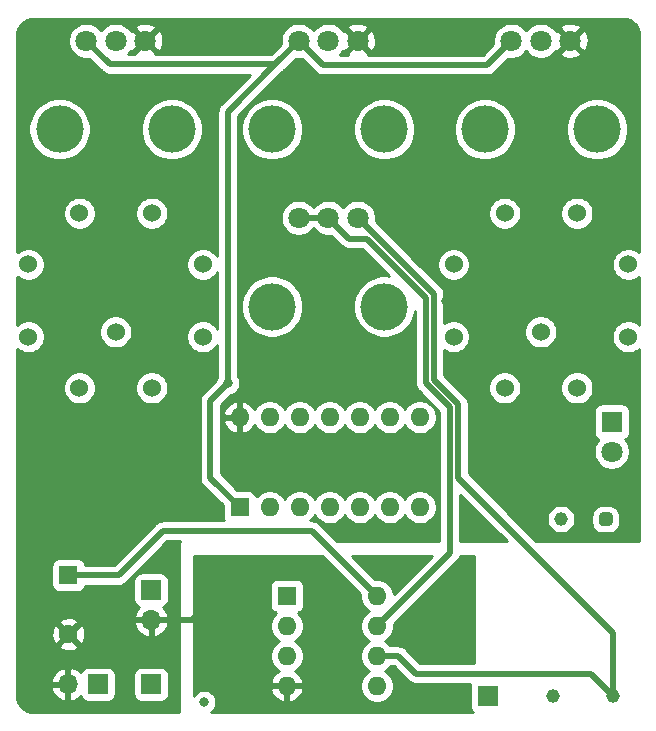
<source format=gbr>
%TF.GenerationSoftware,KiCad,Pcbnew,(5.1.6)-1*%
%TF.CreationDate,2023-06-25T00:19:37-07:00*%
%TF.ProjectId,tremolo,7472656d-6f6c-46f2-9e6b-696361645f70,rev?*%
%TF.SameCoordinates,Original*%
%TF.FileFunction,Copper,L1,Top*%
%TF.FilePolarity,Positive*%
%FSLAX46Y46*%
G04 Gerber Fmt 4.6, Leading zero omitted, Abs format (unit mm)*
G04 Created by KiCad (PCBNEW (5.1.6)-1) date 2023-06-25 00:19:37*
%MOMM*%
%LPD*%
G01*
G04 APERTURE LIST*
%TA.AperFunction,ComponentPad*%
%ADD10R,1.700000X1.700000*%
%TD*%
%TA.AperFunction,ComponentPad*%
%ADD11C,1.150000*%
%TD*%
%TA.AperFunction,ComponentPad*%
%ADD12R,1.600000X1.600000*%
%TD*%
%TA.AperFunction,ComponentPad*%
%ADD13C,1.600000*%
%TD*%
%TA.AperFunction,ComponentPad*%
%ADD14O,1.600000X1.600000*%
%TD*%
%TA.AperFunction,ComponentPad*%
%ADD15C,1.524000*%
%TD*%
%TA.AperFunction,ComponentPad*%
%ADD16O,1.700000X1.700000*%
%TD*%
%TA.AperFunction,WasherPad*%
%ADD17C,4.000000*%
%TD*%
%TA.AperFunction,ComponentPad*%
%ADD18C,1.800000*%
%TD*%
%TA.AperFunction,ComponentPad*%
%ADD19R,1.800000X1.800000*%
%TD*%
%TA.AperFunction,ViaPad*%
%ADD20C,0.800000*%
%TD*%
%TA.AperFunction,Conductor*%
%ADD21C,0.500000*%
%TD*%
%TA.AperFunction,Conductor*%
%ADD22C,0.254000*%
%TD*%
G04 APERTURE END LIST*
D10*
%TO.P,J5,1*%
%TO.N,/sig_out*%
X106000000Y-138500000D03*
%TD*%
%TO.P,J4,1*%
%TO.N,/sig_in*%
X77500000Y-137500000D03*
%TD*%
%TO.P,U3,1*%
%TO.N,Net-(D2-Pad1)*%
%TA.AperFunction,ComponentPad*%
G36*
G01*
X115712500Y-122925000D02*
X116287500Y-122925000D01*
G75*
G02*
X116575000Y-123212500I0J-287500D01*
G01*
X116575000Y-123787500D01*
G75*
G02*
X116287500Y-124075000I-287500J0D01*
G01*
X115712500Y-124075000D01*
G75*
G02*
X115425000Y-123787500I0J287500D01*
G01*
X115425000Y-123212500D01*
G75*
G02*
X115712500Y-122925000I287500J0D01*
G01*
G37*
%TD.AperFunction*%
D11*
%TO.P,U3,4*%
%TO.N,Net-(C11-Pad1)*%
X116640000Y-138500000D03*
%TO.P,U3,3*%
%TO.N,Net-(R30-Pad1)*%
X111560000Y-138500000D03*
%TO.P,U3,2*%
%TO.N,Net-(R21-Pad2)*%
X112200000Y-123500000D03*
%TD*%
D12*
%TO.P,C5,1*%
%TO.N,+9V*%
X70500000Y-128250000D03*
D13*
%TO.P,C5,2*%
%TO.N,GND*%
X70500000Y-133250000D03*
%TD*%
D14*
%TO.P,U4,8*%
%TO.N,+9V*%
X96620000Y-130000000D03*
%TO.P,U4,4*%
%TO.N,GND*%
X89000000Y-137620000D03*
%TO.P,U4,7*%
%TO.N,Net-(C10-Pad2)*%
X96620000Y-132540000D03*
%TO.P,U4,3*%
%TO.N,/+4V5*%
X89000000Y-135080000D03*
%TO.P,U4,6*%
%TO.N,Net-(C11-Pad1)*%
X96620000Y-135080000D03*
%TO.P,U4,2*%
%TO.N,Net-(R26-Pad1)*%
X89000000Y-132540000D03*
%TO.P,U4,5*%
%TO.N,/+4V5*%
X96620000Y-137620000D03*
D12*
%TO.P,U4,1*%
%TO.N,Net-(R30-Pad1)*%
X89000000Y-130000000D03*
%TD*%
D14*
%TO.P,U1,14*%
%TO.N,GND*%
X85000000Y-114880000D03*
%TO.P,U1,7*%
%TO.N,N/C*%
X100240000Y-122500000D03*
%TO.P,U1,13*%
%TO.N,/tempo*%
X87540000Y-114880000D03*
%TO.P,U1,6*%
%TO.N,/smoothing*%
X97700000Y-122500000D03*
%TO.P,U1,12*%
%TO.N,/waveform*%
X90080000Y-114880000D03*
%TO.P,U1,5*%
%TO.N,/lfo_pwm*%
X95160000Y-122500000D03*
%TO.P,U1,11*%
%TO.N,/multiplier*%
X92620000Y-114880000D03*
%TO.P,U1,4*%
%TO.N,/tap_in*%
X92620000Y-122500000D03*
%TO.P,U1,10*%
%TO.N,/level*%
X95160000Y-114880000D03*
%TO.P,U1,3*%
%TO.N,/wave_set*%
X90080000Y-122500000D03*
%TO.P,U1,9*%
%TO.N,/distort*%
X97700000Y-114880000D03*
%TO.P,U1,2*%
%TO.N,N/C*%
X87540000Y-122500000D03*
%TO.P,U1,8*%
X100240000Y-114880000D03*
D12*
%TO.P,U1,1*%
%TO.N,+5V*%
X85000000Y-122500000D03*
%TD*%
D15*
%TO.P,SW4,9*%
%TO.N,Net-(R24-Pad1)*%
X110500000Y-107650000D03*
%TO.P,SW4,7*%
%TO.N,Net-(R25-Pad2)*%
X103108964Y-108061467D03*
%TO.P,SW4,5*%
%TO.N,Net-(R22-Pad2)*%
X107438533Y-97608964D03*
%TO.P,SW4,3*%
%TO.N,Net-(R17-Pad2)*%
X117891036Y-101938533D03*
%TO.P,SW4,8*%
%TO.N,Net-(R27-Pad2)*%
X107438533Y-112391036D03*
%TO.P,SW4,6*%
%TO.N,Net-(R23-Pad2)*%
X103108964Y-101938533D03*
%TO.P,SW4,4*%
%TO.N,Net-(R20-Pad2)*%
X113561467Y-97608964D03*
%TO.P,SW4,2*%
%TO.N,Net-(R17-Pad2)*%
X117891036Y-108061467D03*
%TO.P,SW4,1*%
X113561467Y-112391036D03*
%TD*%
%TO.P,SW3,9*%
%TO.N,Net-(R11-Pad1)*%
X74500000Y-107650000D03*
%TO.P,SW3,7*%
%TO.N,Net-(R14-Pad1)*%
X67108964Y-108061467D03*
%TO.P,SW3,5*%
%TO.N,Net-(R12-Pad2)*%
X71438533Y-97608964D03*
%TO.P,SW3,3*%
%TO.N,Net-(R10-Pad1)*%
X81891036Y-101938533D03*
%TO.P,SW3,8*%
%TO.N,Net-(R15-Pad1)*%
X71438533Y-112391036D03*
%TO.P,SW3,6*%
%TO.N,Net-(R13-Pad2)*%
X67108964Y-101938533D03*
%TO.P,SW3,4*%
%TO.N,Net-(R10-Pad2)*%
X77561467Y-97608964D03*
%TO.P,SW3,2*%
%TO.N,Net-(R6-Pad2)*%
X81891036Y-108061467D03*
%TO.P,SW3,1*%
%TO.N,Net-(R4-Pad2)*%
X77561467Y-112391036D03*
%TD*%
D16*
%TO.P,SW1,2*%
%TO.N,GND*%
X70460000Y-137500000D03*
D10*
%TO.P,SW1,1*%
%TO.N,/tap_in*%
X73000000Y-137500000D03*
%TD*%
D17*
%TO.P,RV4,*%
%TO.N,*%
X87750000Y-105500000D03*
X97250000Y-105500000D03*
D18*
%TO.P,RV4,1*%
%TO.N,Net-(C10-Pad2)*%
X90000000Y-98000000D03*
%TO.P,RV4,2*%
X92500000Y-98000000D03*
%TO.P,RV4,3*%
%TO.N,Net-(C11-Pad1)*%
X95000000Y-98000000D03*
%TD*%
D17*
%TO.P,RV3,*%
%TO.N,*%
X105750000Y-90500000D03*
X115250000Y-90500000D03*
D18*
%TO.P,RV3,1*%
%TO.N,+5V*%
X108000000Y-83000000D03*
%TO.P,RV3,2*%
%TO.N,Net-(R3-Pad1)*%
X110500000Y-83000000D03*
%TO.P,RV3,3*%
%TO.N,GND*%
X113000000Y-83000000D03*
%TD*%
D17*
%TO.P,RV2,*%
%TO.N,*%
X87750000Y-90500000D03*
X97250000Y-90500000D03*
D18*
%TO.P,RV2,1*%
%TO.N,+5V*%
X90000000Y-83000000D03*
%TO.P,RV2,2*%
%TO.N,Net-(R2-Pad1)*%
X92500000Y-83000000D03*
%TO.P,RV2,3*%
%TO.N,GND*%
X95000000Y-83000000D03*
%TD*%
D17*
%TO.P,RV1,*%
%TO.N,*%
X69750000Y-90500000D03*
X79250000Y-90500000D03*
D18*
%TO.P,RV1,1*%
%TO.N,+5V*%
X72000000Y-83000000D03*
%TO.P,RV1,2*%
%TO.N,Net-(R1-Pad1)*%
X74500000Y-83000000D03*
%TO.P,RV1,3*%
%TO.N,GND*%
X77000000Y-83000000D03*
%TD*%
D10*
%TO.P,J1,1*%
%TO.N,/VIN*%
X77500000Y-129500000D03*
D16*
%TO.P,J1,2*%
%TO.N,GND*%
X77500000Y-132040000D03*
%TD*%
D18*
%TO.P,D2,2*%
%TO.N,Net-(D2-Pad2)*%
X116500000Y-117790000D03*
D19*
%TO.P,D2,1*%
%TO.N,Net-(D2-Pad1)*%
X116500000Y-115250000D03*
%TD*%
D20*
%TO.N,GND*%
X82000000Y-134000000D03*
X82000000Y-131000000D03*
X92500000Y-105000000D03*
X86000000Y-94000000D03*
X82000000Y-94000000D03*
X83500000Y-83000000D03*
X71750000Y-94000000D03*
X74000000Y-104000000D03*
X111000000Y-104000000D03*
X118500000Y-111000000D03*
X118500000Y-97000000D03*
X101000000Y-96500000D03*
X101000000Y-83000000D03*
X102500000Y-105000000D03*
X99500000Y-127000000D03*
X95500000Y-127000000D03*
X91500000Y-127000000D03*
X87500000Y-127000000D03*
X82000000Y-127000000D03*
X104000000Y-133000000D03*
X91000000Y-131500000D03*
X94750000Y-133750000D03*
X108000000Y-120000000D03*
X91000000Y-139000000D03*
X94750000Y-139000000D03*
X99000000Y-139000000D03*
X102000000Y-139000000D03*
X104000000Y-128500000D03*
X100750000Y-131000000D03*
X85500000Y-119000000D03*
X103000000Y-110500000D03*
X99500000Y-112000000D03*
X95500000Y-125000000D03*
X99500000Y-125000000D03*
X104000000Y-125000000D03*
X107000000Y-125000000D03*
X79000000Y-118250000D03*
%TO.N,+5V*%
X84000000Y-112000000D03*
%TO.N,/out*%
X82000000Y-139000000D03*
%TD*%
D21*
%TO.N,GND*%
X81960000Y-131040000D02*
X82000000Y-131000000D01*
X82000000Y-131000000D02*
X80960000Y-132040000D01*
X80960000Y-132040000D02*
X77500000Y-132040000D01*
%TO.N,+9V*%
X74750000Y-128250000D02*
X70500000Y-128250000D01*
X78500000Y-124500000D02*
X74750000Y-128250000D01*
X96620000Y-130000000D02*
X91120000Y-124500000D01*
X91120000Y-124500000D02*
X78500000Y-124500000D01*
%TO.N,+5V*%
X72000000Y-83000000D02*
X74000000Y-85000000D01*
X74000000Y-85000000D02*
X88000000Y-85000000D01*
X88000000Y-85000000D02*
X90000000Y-83000000D01*
X105949999Y-85050001D02*
X108000000Y-83000000D01*
X90000000Y-83000000D02*
X92050001Y-85050001D01*
X92050001Y-85050001D02*
X105949999Y-85050001D01*
X84000000Y-112000000D02*
X84000000Y-89000000D01*
X82500000Y-113500000D02*
X84000000Y-112000000D01*
X85000000Y-122500000D02*
X82500000Y-120000000D01*
X84000000Y-89000000D02*
X88000000Y-85000000D01*
X82500000Y-120000000D02*
X82500000Y-113500000D01*
%TO.N,Net-(C10-Pad2)*%
X92500000Y-98000000D02*
X90000000Y-98000000D01*
X102799989Y-126360011D02*
X96620000Y-132540000D01*
X102799989Y-114039954D02*
X102799989Y-126360011D01*
X94250000Y-99750000D02*
X95750000Y-99750000D01*
X95750000Y-99750000D02*
X100750000Y-104750000D01*
X100750000Y-111989965D02*
X102799989Y-114039954D01*
X92500000Y-98000000D02*
X94250000Y-99750000D01*
X100750000Y-104750000D02*
X100750000Y-111989965D01*
%TO.N,Net-(C11-Pad1)*%
X103500000Y-113750000D02*
X101450011Y-111700011D01*
X101450011Y-111700011D02*
X101450011Y-104450011D01*
X103500000Y-120000000D02*
X103500000Y-113750000D01*
X101450011Y-104450011D02*
X95000000Y-98000000D01*
X116640000Y-133140000D02*
X103500000Y-120000000D01*
X114720000Y-136580000D02*
X116640000Y-138500000D01*
X113720000Y-136580000D02*
X114720000Y-136580000D01*
X116640000Y-133140000D02*
X116640000Y-138500000D01*
X98420000Y-135080000D02*
X99920000Y-136580000D01*
X96620000Y-135080000D02*
X98420000Y-135080000D01*
X99920000Y-136580000D02*
X113720000Y-136580000D01*
%TD*%
D22*
%TO.N,GND*%
G36*
X117759659Y-81188625D02*
G01*
X118009429Y-81264035D01*
X118239792Y-81386522D01*
X118441980Y-81551422D01*
X118608286Y-81752450D01*
X118732378Y-81981954D01*
X118809531Y-82231195D01*
X118840000Y-82521088D01*
X118840000Y-100911842D01*
X118781571Y-100853413D01*
X118552763Y-100700528D01*
X118298526Y-100595219D01*
X118028628Y-100541533D01*
X117753444Y-100541533D01*
X117483546Y-100595219D01*
X117229309Y-100700528D01*
X117000501Y-100853413D01*
X116805916Y-101047998D01*
X116653031Y-101276806D01*
X116547722Y-101531043D01*
X116494036Y-101800941D01*
X116494036Y-102076125D01*
X116547722Y-102346023D01*
X116653031Y-102600260D01*
X116805916Y-102829068D01*
X117000501Y-103023653D01*
X117229309Y-103176538D01*
X117483546Y-103281847D01*
X117753444Y-103335533D01*
X118028628Y-103335533D01*
X118298526Y-103281847D01*
X118552763Y-103176538D01*
X118781571Y-103023653D01*
X118840000Y-102965224D01*
X118840000Y-107034776D01*
X118781571Y-106976347D01*
X118552763Y-106823462D01*
X118298526Y-106718153D01*
X118028628Y-106664467D01*
X117753444Y-106664467D01*
X117483546Y-106718153D01*
X117229309Y-106823462D01*
X117000501Y-106976347D01*
X116805916Y-107170932D01*
X116653031Y-107399740D01*
X116547722Y-107653977D01*
X116494036Y-107923875D01*
X116494036Y-108199059D01*
X116547722Y-108468957D01*
X116653031Y-108723194D01*
X116805916Y-108952002D01*
X117000501Y-109146587D01*
X117229309Y-109299472D01*
X117483546Y-109404781D01*
X117753444Y-109458467D01*
X118028628Y-109458467D01*
X118298526Y-109404781D01*
X118552763Y-109299472D01*
X118781571Y-109146587D01*
X118840000Y-109088158D01*
X118840001Y-125373000D01*
X110124578Y-125373000D01*
X108132403Y-123380825D01*
X110990000Y-123380825D01*
X110990000Y-123619175D01*
X111036499Y-123852944D01*
X111127712Y-124073150D01*
X111260131Y-124271330D01*
X111428670Y-124439869D01*
X111626850Y-124572288D01*
X111847056Y-124663501D01*
X112080825Y-124710000D01*
X112319175Y-124710000D01*
X112552944Y-124663501D01*
X112773150Y-124572288D01*
X112971330Y-124439869D01*
X113139869Y-124271330D01*
X113272288Y-124073150D01*
X113363501Y-123852944D01*
X113410000Y-123619175D01*
X113410000Y-123380825D01*
X113376519Y-123212500D01*
X114786928Y-123212500D01*
X114786928Y-123787500D01*
X114804713Y-123968070D01*
X114857383Y-124141701D01*
X114942915Y-124301720D01*
X115058022Y-124441978D01*
X115198280Y-124557085D01*
X115358299Y-124642617D01*
X115531930Y-124695287D01*
X115712500Y-124713072D01*
X116287500Y-124713072D01*
X116468070Y-124695287D01*
X116641701Y-124642617D01*
X116801720Y-124557085D01*
X116941978Y-124441978D01*
X117057085Y-124301720D01*
X117142617Y-124141701D01*
X117195287Y-123968070D01*
X117213072Y-123787500D01*
X117213072Y-123212500D01*
X117195287Y-123031930D01*
X117142617Y-122858299D01*
X117057085Y-122698280D01*
X116941978Y-122558022D01*
X116801720Y-122442915D01*
X116641701Y-122357383D01*
X116468070Y-122304713D01*
X116287500Y-122286928D01*
X115712500Y-122286928D01*
X115531930Y-122304713D01*
X115358299Y-122357383D01*
X115198280Y-122442915D01*
X115058022Y-122558022D01*
X114942915Y-122698280D01*
X114857383Y-122858299D01*
X114804713Y-123031930D01*
X114786928Y-123212500D01*
X113376519Y-123212500D01*
X113363501Y-123147056D01*
X113272288Y-122926850D01*
X113139869Y-122728670D01*
X112971330Y-122560131D01*
X112773150Y-122427712D01*
X112552944Y-122336499D01*
X112319175Y-122290000D01*
X112080825Y-122290000D01*
X111847056Y-122336499D01*
X111626850Y-122427712D01*
X111428670Y-122560131D01*
X111260131Y-122728670D01*
X111127712Y-122926850D01*
X111036499Y-123147056D01*
X110990000Y-123380825D01*
X108132403Y-123380825D01*
X104385000Y-119633422D01*
X104385000Y-114350000D01*
X114961928Y-114350000D01*
X114961928Y-116150000D01*
X114974188Y-116274482D01*
X115010498Y-116394180D01*
X115069463Y-116504494D01*
X115148815Y-116601185D01*
X115245506Y-116680537D01*
X115355820Y-116739502D01*
X115374127Y-116745056D01*
X115307688Y-116811495D01*
X115139701Y-117062905D01*
X115023989Y-117342257D01*
X114965000Y-117638816D01*
X114965000Y-117941184D01*
X115023989Y-118237743D01*
X115139701Y-118517095D01*
X115307688Y-118768505D01*
X115521495Y-118982312D01*
X115772905Y-119150299D01*
X116052257Y-119266011D01*
X116348816Y-119325000D01*
X116651184Y-119325000D01*
X116947743Y-119266011D01*
X117227095Y-119150299D01*
X117478505Y-118982312D01*
X117692312Y-118768505D01*
X117860299Y-118517095D01*
X117976011Y-118237743D01*
X118035000Y-117941184D01*
X118035000Y-117638816D01*
X117976011Y-117342257D01*
X117860299Y-117062905D01*
X117692312Y-116811495D01*
X117625873Y-116745056D01*
X117644180Y-116739502D01*
X117754494Y-116680537D01*
X117851185Y-116601185D01*
X117930537Y-116504494D01*
X117989502Y-116394180D01*
X118025812Y-116274482D01*
X118038072Y-116150000D01*
X118038072Y-114350000D01*
X118025812Y-114225518D01*
X117989502Y-114105820D01*
X117930537Y-113995506D01*
X117851185Y-113898815D01*
X117754494Y-113819463D01*
X117644180Y-113760498D01*
X117524482Y-113724188D01*
X117400000Y-113711928D01*
X115600000Y-113711928D01*
X115475518Y-113724188D01*
X115355820Y-113760498D01*
X115245506Y-113819463D01*
X115148815Y-113898815D01*
X115069463Y-113995506D01*
X115010498Y-114105820D01*
X114974188Y-114225518D01*
X114961928Y-114350000D01*
X104385000Y-114350000D01*
X104385000Y-113793465D01*
X104389281Y-113749999D01*
X104385000Y-113706533D01*
X104385000Y-113706523D01*
X104372195Y-113576510D01*
X104321589Y-113409687D01*
X104239411Y-113255941D01*
X104208573Y-113218365D01*
X104156532Y-113154953D01*
X104156530Y-113154951D01*
X104128817Y-113121183D01*
X104095049Y-113093470D01*
X103255023Y-112253444D01*
X106041533Y-112253444D01*
X106041533Y-112528628D01*
X106095219Y-112798526D01*
X106200528Y-113052763D01*
X106353413Y-113281571D01*
X106547998Y-113476156D01*
X106776806Y-113629041D01*
X107031043Y-113734350D01*
X107300941Y-113788036D01*
X107576125Y-113788036D01*
X107846023Y-113734350D01*
X108100260Y-113629041D01*
X108329068Y-113476156D01*
X108523653Y-113281571D01*
X108676538Y-113052763D01*
X108781847Y-112798526D01*
X108835533Y-112528628D01*
X108835533Y-112253444D01*
X112164467Y-112253444D01*
X112164467Y-112528628D01*
X112218153Y-112798526D01*
X112323462Y-113052763D01*
X112476347Y-113281571D01*
X112670932Y-113476156D01*
X112899740Y-113629041D01*
X113153977Y-113734350D01*
X113423875Y-113788036D01*
X113699059Y-113788036D01*
X113968957Y-113734350D01*
X114223194Y-113629041D01*
X114452002Y-113476156D01*
X114646587Y-113281571D01*
X114799472Y-113052763D01*
X114904781Y-112798526D01*
X114958467Y-112528628D01*
X114958467Y-112253444D01*
X114904781Y-111983546D01*
X114799472Y-111729309D01*
X114646587Y-111500501D01*
X114452002Y-111305916D01*
X114223194Y-111153031D01*
X113968957Y-111047722D01*
X113699059Y-110994036D01*
X113423875Y-110994036D01*
X113153977Y-111047722D01*
X112899740Y-111153031D01*
X112670932Y-111305916D01*
X112476347Y-111500501D01*
X112323462Y-111729309D01*
X112218153Y-111983546D01*
X112164467Y-112253444D01*
X108835533Y-112253444D01*
X108781847Y-111983546D01*
X108676538Y-111729309D01*
X108523653Y-111500501D01*
X108329068Y-111305916D01*
X108100260Y-111153031D01*
X107846023Y-111047722D01*
X107576125Y-110994036D01*
X107300941Y-110994036D01*
X107031043Y-111047722D01*
X106776806Y-111153031D01*
X106547998Y-111305916D01*
X106353413Y-111500501D01*
X106200528Y-111729309D01*
X106095219Y-111983546D01*
X106041533Y-112253444D01*
X103255023Y-112253444D01*
X102335011Y-111333433D01*
X102335011Y-109224485D01*
X102447237Y-109299472D01*
X102701474Y-109404781D01*
X102971372Y-109458467D01*
X103246556Y-109458467D01*
X103516454Y-109404781D01*
X103770691Y-109299472D01*
X103999499Y-109146587D01*
X104194084Y-108952002D01*
X104346969Y-108723194D01*
X104452278Y-108468957D01*
X104505964Y-108199059D01*
X104505964Y-107923875D01*
X104452278Y-107653977D01*
X104393638Y-107512408D01*
X109103000Y-107512408D01*
X109103000Y-107787592D01*
X109156686Y-108057490D01*
X109261995Y-108311727D01*
X109414880Y-108540535D01*
X109609465Y-108735120D01*
X109838273Y-108888005D01*
X110092510Y-108993314D01*
X110362408Y-109047000D01*
X110637592Y-109047000D01*
X110907490Y-108993314D01*
X111161727Y-108888005D01*
X111390535Y-108735120D01*
X111585120Y-108540535D01*
X111738005Y-108311727D01*
X111843314Y-108057490D01*
X111897000Y-107787592D01*
X111897000Y-107512408D01*
X111843314Y-107242510D01*
X111738005Y-106988273D01*
X111585120Y-106759465D01*
X111390535Y-106564880D01*
X111161727Y-106411995D01*
X110907490Y-106306686D01*
X110637592Y-106253000D01*
X110362408Y-106253000D01*
X110092510Y-106306686D01*
X109838273Y-106411995D01*
X109609465Y-106564880D01*
X109414880Y-106759465D01*
X109261995Y-106988273D01*
X109156686Y-107242510D01*
X109103000Y-107512408D01*
X104393638Y-107512408D01*
X104346969Y-107399740D01*
X104194084Y-107170932D01*
X103999499Y-106976347D01*
X103770691Y-106823462D01*
X103516454Y-106718153D01*
X103246556Y-106664467D01*
X102971372Y-106664467D01*
X102701474Y-106718153D01*
X102447237Y-106823462D01*
X102335011Y-106898449D01*
X102335011Y-104493477D01*
X102339292Y-104450010D01*
X102335011Y-104406544D01*
X102335011Y-104406534D01*
X102322206Y-104276521D01*
X102271600Y-104109698D01*
X102189422Y-103955952D01*
X102078828Y-103821194D01*
X102045060Y-103793481D01*
X100052520Y-101800941D01*
X101711964Y-101800941D01*
X101711964Y-102076125D01*
X101765650Y-102346023D01*
X101870959Y-102600260D01*
X102023844Y-102829068D01*
X102218429Y-103023653D01*
X102447237Y-103176538D01*
X102701474Y-103281847D01*
X102971372Y-103335533D01*
X103246556Y-103335533D01*
X103516454Y-103281847D01*
X103770691Y-103176538D01*
X103999499Y-103023653D01*
X104194084Y-102829068D01*
X104346969Y-102600260D01*
X104452278Y-102346023D01*
X104505964Y-102076125D01*
X104505964Y-101800941D01*
X104452278Y-101531043D01*
X104346969Y-101276806D01*
X104194084Y-101047998D01*
X103999499Y-100853413D01*
X103770691Y-100700528D01*
X103516454Y-100595219D01*
X103246556Y-100541533D01*
X102971372Y-100541533D01*
X102701474Y-100595219D01*
X102447237Y-100700528D01*
X102218429Y-100853413D01*
X102023844Y-101047998D01*
X101870959Y-101276806D01*
X101765650Y-101531043D01*
X101711964Y-101800941D01*
X100052520Y-101800941D01*
X96513060Y-98261482D01*
X96535000Y-98151184D01*
X96535000Y-97848816D01*
X96476011Y-97552257D01*
X96442508Y-97471372D01*
X106041533Y-97471372D01*
X106041533Y-97746556D01*
X106095219Y-98016454D01*
X106200528Y-98270691D01*
X106353413Y-98499499D01*
X106547998Y-98694084D01*
X106776806Y-98846969D01*
X107031043Y-98952278D01*
X107300941Y-99005964D01*
X107576125Y-99005964D01*
X107846023Y-98952278D01*
X108100260Y-98846969D01*
X108329068Y-98694084D01*
X108523653Y-98499499D01*
X108676538Y-98270691D01*
X108781847Y-98016454D01*
X108835533Y-97746556D01*
X108835533Y-97471372D01*
X112164467Y-97471372D01*
X112164467Y-97746556D01*
X112218153Y-98016454D01*
X112323462Y-98270691D01*
X112476347Y-98499499D01*
X112670932Y-98694084D01*
X112899740Y-98846969D01*
X113153977Y-98952278D01*
X113423875Y-99005964D01*
X113699059Y-99005964D01*
X113968957Y-98952278D01*
X114223194Y-98846969D01*
X114452002Y-98694084D01*
X114646587Y-98499499D01*
X114799472Y-98270691D01*
X114904781Y-98016454D01*
X114958467Y-97746556D01*
X114958467Y-97471372D01*
X114904781Y-97201474D01*
X114799472Y-96947237D01*
X114646587Y-96718429D01*
X114452002Y-96523844D01*
X114223194Y-96370959D01*
X113968957Y-96265650D01*
X113699059Y-96211964D01*
X113423875Y-96211964D01*
X113153977Y-96265650D01*
X112899740Y-96370959D01*
X112670932Y-96523844D01*
X112476347Y-96718429D01*
X112323462Y-96947237D01*
X112218153Y-97201474D01*
X112164467Y-97471372D01*
X108835533Y-97471372D01*
X108781847Y-97201474D01*
X108676538Y-96947237D01*
X108523653Y-96718429D01*
X108329068Y-96523844D01*
X108100260Y-96370959D01*
X107846023Y-96265650D01*
X107576125Y-96211964D01*
X107300941Y-96211964D01*
X107031043Y-96265650D01*
X106776806Y-96370959D01*
X106547998Y-96523844D01*
X106353413Y-96718429D01*
X106200528Y-96947237D01*
X106095219Y-97201474D01*
X106041533Y-97471372D01*
X96442508Y-97471372D01*
X96360299Y-97272905D01*
X96192312Y-97021495D01*
X95978505Y-96807688D01*
X95727095Y-96639701D01*
X95447743Y-96523989D01*
X95151184Y-96465000D01*
X94848816Y-96465000D01*
X94552257Y-96523989D01*
X94272905Y-96639701D01*
X94021495Y-96807688D01*
X93807688Y-97021495D01*
X93750000Y-97107831D01*
X93692312Y-97021495D01*
X93478505Y-96807688D01*
X93227095Y-96639701D01*
X92947743Y-96523989D01*
X92651184Y-96465000D01*
X92348816Y-96465000D01*
X92052257Y-96523989D01*
X91772905Y-96639701D01*
X91521495Y-96807688D01*
X91307688Y-97021495D01*
X91250000Y-97107831D01*
X91192312Y-97021495D01*
X90978505Y-96807688D01*
X90727095Y-96639701D01*
X90447743Y-96523989D01*
X90151184Y-96465000D01*
X89848816Y-96465000D01*
X89552257Y-96523989D01*
X89272905Y-96639701D01*
X89021495Y-96807688D01*
X88807688Y-97021495D01*
X88639701Y-97272905D01*
X88523989Y-97552257D01*
X88465000Y-97848816D01*
X88465000Y-98151184D01*
X88523989Y-98447743D01*
X88639701Y-98727095D01*
X88807688Y-98978505D01*
X89021495Y-99192312D01*
X89272905Y-99360299D01*
X89552257Y-99476011D01*
X89848816Y-99535000D01*
X90151184Y-99535000D01*
X90447743Y-99476011D01*
X90727095Y-99360299D01*
X90978505Y-99192312D01*
X91192312Y-98978505D01*
X91250000Y-98892169D01*
X91307688Y-98978505D01*
X91521495Y-99192312D01*
X91772905Y-99360299D01*
X92052257Y-99476011D01*
X92348816Y-99535000D01*
X92651184Y-99535000D01*
X92761482Y-99513060D01*
X93593470Y-100345049D01*
X93621183Y-100378817D01*
X93654951Y-100406530D01*
X93654953Y-100406532D01*
X93755941Y-100489411D01*
X93909687Y-100571589D01*
X94076510Y-100622195D01*
X94206523Y-100635000D01*
X94206531Y-100635000D01*
X94250000Y-100639281D01*
X94293469Y-100635000D01*
X95383422Y-100635000D01*
X97639219Y-102890798D01*
X97509525Y-102865000D01*
X96990475Y-102865000D01*
X96481399Y-102966261D01*
X96001859Y-103164893D01*
X95570285Y-103453262D01*
X95203262Y-103820285D01*
X94914893Y-104251859D01*
X94716261Y-104731399D01*
X94615000Y-105240475D01*
X94615000Y-105759525D01*
X94716261Y-106268601D01*
X94914893Y-106748141D01*
X95203262Y-107179715D01*
X95570285Y-107546738D01*
X96001859Y-107835107D01*
X96481399Y-108033739D01*
X96990475Y-108135000D01*
X97509525Y-108135000D01*
X98018601Y-108033739D01*
X98498141Y-107835107D01*
X98929715Y-107546738D01*
X99296738Y-107179715D01*
X99585107Y-106748141D01*
X99783739Y-106268601D01*
X99865000Y-105860072D01*
X99865001Y-111946486D01*
X99860719Y-111989965D01*
X99877805Y-112163455D01*
X99928412Y-112330278D01*
X100010590Y-112484024D01*
X100093468Y-112585011D01*
X100093471Y-112585014D01*
X100121184Y-112618782D01*
X100154951Y-112646494D01*
X101914989Y-114406533D01*
X101914990Y-125373000D01*
X93244578Y-125373000D01*
X91776534Y-123904956D01*
X91748817Y-123871183D01*
X91614059Y-123760589D01*
X91460313Y-123678411D01*
X91293490Y-123627805D01*
X91163477Y-123615000D01*
X91163469Y-123615000D01*
X91120000Y-123610719D01*
X91076531Y-123615000D01*
X90994216Y-123615000D01*
X90994759Y-123614637D01*
X91194637Y-123414759D01*
X91350000Y-123182241D01*
X91505363Y-123414759D01*
X91705241Y-123614637D01*
X91940273Y-123771680D01*
X92201426Y-123879853D01*
X92478665Y-123935000D01*
X92761335Y-123935000D01*
X93038574Y-123879853D01*
X93299727Y-123771680D01*
X93534759Y-123614637D01*
X93734637Y-123414759D01*
X93890000Y-123182241D01*
X94045363Y-123414759D01*
X94245241Y-123614637D01*
X94480273Y-123771680D01*
X94741426Y-123879853D01*
X95018665Y-123935000D01*
X95301335Y-123935000D01*
X95578574Y-123879853D01*
X95839727Y-123771680D01*
X96074759Y-123614637D01*
X96274637Y-123414759D01*
X96430000Y-123182241D01*
X96585363Y-123414759D01*
X96785241Y-123614637D01*
X97020273Y-123771680D01*
X97281426Y-123879853D01*
X97558665Y-123935000D01*
X97841335Y-123935000D01*
X98118574Y-123879853D01*
X98379727Y-123771680D01*
X98614759Y-123614637D01*
X98814637Y-123414759D01*
X98970000Y-123182241D01*
X99125363Y-123414759D01*
X99325241Y-123614637D01*
X99560273Y-123771680D01*
X99821426Y-123879853D01*
X100098665Y-123935000D01*
X100381335Y-123935000D01*
X100658574Y-123879853D01*
X100919727Y-123771680D01*
X101154759Y-123614637D01*
X101354637Y-123414759D01*
X101511680Y-123179727D01*
X101619853Y-122918574D01*
X101675000Y-122641335D01*
X101675000Y-122358665D01*
X101619853Y-122081426D01*
X101511680Y-121820273D01*
X101354637Y-121585241D01*
X101154759Y-121385363D01*
X100919727Y-121228320D01*
X100658574Y-121120147D01*
X100381335Y-121065000D01*
X100098665Y-121065000D01*
X99821426Y-121120147D01*
X99560273Y-121228320D01*
X99325241Y-121385363D01*
X99125363Y-121585241D01*
X98970000Y-121817759D01*
X98814637Y-121585241D01*
X98614759Y-121385363D01*
X98379727Y-121228320D01*
X98118574Y-121120147D01*
X97841335Y-121065000D01*
X97558665Y-121065000D01*
X97281426Y-121120147D01*
X97020273Y-121228320D01*
X96785241Y-121385363D01*
X96585363Y-121585241D01*
X96430000Y-121817759D01*
X96274637Y-121585241D01*
X96074759Y-121385363D01*
X95839727Y-121228320D01*
X95578574Y-121120147D01*
X95301335Y-121065000D01*
X95018665Y-121065000D01*
X94741426Y-121120147D01*
X94480273Y-121228320D01*
X94245241Y-121385363D01*
X94045363Y-121585241D01*
X93890000Y-121817759D01*
X93734637Y-121585241D01*
X93534759Y-121385363D01*
X93299727Y-121228320D01*
X93038574Y-121120147D01*
X92761335Y-121065000D01*
X92478665Y-121065000D01*
X92201426Y-121120147D01*
X91940273Y-121228320D01*
X91705241Y-121385363D01*
X91505363Y-121585241D01*
X91350000Y-121817759D01*
X91194637Y-121585241D01*
X90994759Y-121385363D01*
X90759727Y-121228320D01*
X90498574Y-121120147D01*
X90221335Y-121065000D01*
X89938665Y-121065000D01*
X89661426Y-121120147D01*
X89400273Y-121228320D01*
X89165241Y-121385363D01*
X88965363Y-121585241D01*
X88810000Y-121817759D01*
X88654637Y-121585241D01*
X88454759Y-121385363D01*
X88219727Y-121228320D01*
X87958574Y-121120147D01*
X87681335Y-121065000D01*
X87398665Y-121065000D01*
X87121426Y-121120147D01*
X86860273Y-121228320D01*
X86625241Y-121385363D01*
X86426643Y-121583961D01*
X86425812Y-121575518D01*
X86389502Y-121455820D01*
X86330537Y-121345506D01*
X86251185Y-121248815D01*
X86154494Y-121169463D01*
X86044180Y-121110498D01*
X85924482Y-121074188D01*
X85800000Y-121061928D01*
X84813507Y-121061928D01*
X83385000Y-119633422D01*
X83385000Y-115229040D01*
X83608091Y-115229040D01*
X83702930Y-115493881D01*
X83847615Y-115735131D01*
X84036586Y-115943519D01*
X84262580Y-116111037D01*
X84516913Y-116231246D01*
X84650961Y-116271904D01*
X84873000Y-116149915D01*
X84873000Y-115007000D01*
X83729376Y-115007000D01*
X83608091Y-115229040D01*
X83385000Y-115229040D01*
X83385000Y-114530960D01*
X83608091Y-114530960D01*
X83729376Y-114753000D01*
X84873000Y-114753000D01*
X84873000Y-113610085D01*
X85127000Y-113610085D01*
X85127000Y-114753000D01*
X85147000Y-114753000D01*
X85147000Y-115007000D01*
X85127000Y-115007000D01*
X85127000Y-116149915D01*
X85349039Y-116271904D01*
X85483087Y-116231246D01*
X85737420Y-116111037D01*
X85963414Y-115943519D01*
X86152385Y-115735131D01*
X86263933Y-115549135D01*
X86268320Y-115559727D01*
X86425363Y-115794759D01*
X86625241Y-115994637D01*
X86860273Y-116151680D01*
X87121426Y-116259853D01*
X87398665Y-116315000D01*
X87681335Y-116315000D01*
X87958574Y-116259853D01*
X88219727Y-116151680D01*
X88454759Y-115994637D01*
X88654637Y-115794759D01*
X88810000Y-115562241D01*
X88965363Y-115794759D01*
X89165241Y-115994637D01*
X89400273Y-116151680D01*
X89661426Y-116259853D01*
X89938665Y-116315000D01*
X90221335Y-116315000D01*
X90498574Y-116259853D01*
X90759727Y-116151680D01*
X90994759Y-115994637D01*
X91194637Y-115794759D01*
X91350000Y-115562241D01*
X91505363Y-115794759D01*
X91705241Y-115994637D01*
X91940273Y-116151680D01*
X92201426Y-116259853D01*
X92478665Y-116315000D01*
X92761335Y-116315000D01*
X93038574Y-116259853D01*
X93299727Y-116151680D01*
X93534759Y-115994637D01*
X93734637Y-115794759D01*
X93890000Y-115562241D01*
X94045363Y-115794759D01*
X94245241Y-115994637D01*
X94480273Y-116151680D01*
X94741426Y-116259853D01*
X95018665Y-116315000D01*
X95301335Y-116315000D01*
X95578574Y-116259853D01*
X95839727Y-116151680D01*
X96074759Y-115994637D01*
X96274637Y-115794759D01*
X96430000Y-115562241D01*
X96585363Y-115794759D01*
X96785241Y-115994637D01*
X97020273Y-116151680D01*
X97281426Y-116259853D01*
X97558665Y-116315000D01*
X97841335Y-116315000D01*
X98118574Y-116259853D01*
X98379727Y-116151680D01*
X98614759Y-115994637D01*
X98814637Y-115794759D01*
X98970000Y-115562241D01*
X99125363Y-115794759D01*
X99325241Y-115994637D01*
X99560273Y-116151680D01*
X99821426Y-116259853D01*
X100098665Y-116315000D01*
X100381335Y-116315000D01*
X100658574Y-116259853D01*
X100919727Y-116151680D01*
X101154759Y-115994637D01*
X101354637Y-115794759D01*
X101511680Y-115559727D01*
X101619853Y-115298574D01*
X101675000Y-115021335D01*
X101675000Y-114738665D01*
X101619853Y-114461426D01*
X101511680Y-114200273D01*
X101354637Y-113965241D01*
X101154759Y-113765363D01*
X100919727Y-113608320D01*
X100658574Y-113500147D01*
X100381335Y-113445000D01*
X100098665Y-113445000D01*
X99821426Y-113500147D01*
X99560273Y-113608320D01*
X99325241Y-113765363D01*
X99125363Y-113965241D01*
X98970000Y-114197759D01*
X98814637Y-113965241D01*
X98614759Y-113765363D01*
X98379727Y-113608320D01*
X98118574Y-113500147D01*
X97841335Y-113445000D01*
X97558665Y-113445000D01*
X97281426Y-113500147D01*
X97020273Y-113608320D01*
X96785241Y-113765363D01*
X96585363Y-113965241D01*
X96430000Y-114197759D01*
X96274637Y-113965241D01*
X96074759Y-113765363D01*
X95839727Y-113608320D01*
X95578574Y-113500147D01*
X95301335Y-113445000D01*
X95018665Y-113445000D01*
X94741426Y-113500147D01*
X94480273Y-113608320D01*
X94245241Y-113765363D01*
X94045363Y-113965241D01*
X93890000Y-114197759D01*
X93734637Y-113965241D01*
X93534759Y-113765363D01*
X93299727Y-113608320D01*
X93038574Y-113500147D01*
X92761335Y-113445000D01*
X92478665Y-113445000D01*
X92201426Y-113500147D01*
X91940273Y-113608320D01*
X91705241Y-113765363D01*
X91505363Y-113965241D01*
X91350000Y-114197759D01*
X91194637Y-113965241D01*
X90994759Y-113765363D01*
X90759727Y-113608320D01*
X90498574Y-113500147D01*
X90221335Y-113445000D01*
X89938665Y-113445000D01*
X89661426Y-113500147D01*
X89400273Y-113608320D01*
X89165241Y-113765363D01*
X88965363Y-113965241D01*
X88810000Y-114197759D01*
X88654637Y-113965241D01*
X88454759Y-113765363D01*
X88219727Y-113608320D01*
X87958574Y-113500147D01*
X87681335Y-113445000D01*
X87398665Y-113445000D01*
X87121426Y-113500147D01*
X86860273Y-113608320D01*
X86625241Y-113765363D01*
X86425363Y-113965241D01*
X86268320Y-114200273D01*
X86263933Y-114210865D01*
X86152385Y-114024869D01*
X85963414Y-113816481D01*
X85737420Y-113648963D01*
X85483087Y-113528754D01*
X85349039Y-113488096D01*
X85127000Y-113610085D01*
X84873000Y-113610085D01*
X84650961Y-113488096D01*
X84516913Y-113528754D01*
X84262580Y-113648963D01*
X84036586Y-113816481D01*
X83847615Y-114024869D01*
X83702930Y-114266119D01*
X83608091Y-114530960D01*
X83385000Y-114530960D01*
X83385000Y-113866578D01*
X84245044Y-113006535D01*
X84301898Y-112995226D01*
X84490256Y-112917205D01*
X84659774Y-112803937D01*
X84803937Y-112659774D01*
X84917205Y-112490256D01*
X84995226Y-112301898D01*
X85035000Y-112101939D01*
X85035000Y-111898061D01*
X84995226Y-111698102D01*
X84917205Y-111509744D01*
X84885000Y-111461546D01*
X84885000Y-105240475D01*
X85115000Y-105240475D01*
X85115000Y-105759525D01*
X85216261Y-106268601D01*
X85414893Y-106748141D01*
X85703262Y-107179715D01*
X86070285Y-107546738D01*
X86501859Y-107835107D01*
X86981399Y-108033739D01*
X87490475Y-108135000D01*
X88009525Y-108135000D01*
X88518601Y-108033739D01*
X88998141Y-107835107D01*
X89429715Y-107546738D01*
X89796738Y-107179715D01*
X90085107Y-106748141D01*
X90283739Y-106268601D01*
X90385000Y-105759525D01*
X90385000Y-105240475D01*
X90283739Y-104731399D01*
X90085107Y-104251859D01*
X89796738Y-103820285D01*
X89429715Y-103453262D01*
X88998141Y-103164893D01*
X88518601Y-102966261D01*
X88009525Y-102865000D01*
X87490475Y-102865000D01*
X86981399Y-102966261D01*
X86501859Y-103164893D01*
X86070285Y-103453262D01*
X85703262Y-103820285D01*
X85414893Y-104251859D01*
X85216261Y-104731399D01*
X85115000Y-105240475D01*
X84885000Y-105240475D01*
X84885000Y-90240475D01*
X85115000Y-90240475D01*
X85115000Y-90759525D01*
X85216261Y-91268601D01*
X85414893Y-91748141D01*
X85703262Y-92179715D01*
X86070285Y-92546738D01*
X86501859Y-92835107D01*
X86981399Y-93033739D01*
X87490475Y-93135000D01*
X88009525Y-93135000D01*
X88518601Y-93033739D01*
X88998141Y-92835107D01*
X89429715Y-92546738D01*
X89796738Y-92179715D01*
X90085107Y-91748141D01*
X90283739Y-91268601D01*
X90385000Y-90759525D01*
X90385000Y-90240475D01*
X94615000Y-90240475D01*
X94615000Y-90759525D01*
X94716261Y-91268601D01*
X94914893Y-91748141D01*
X95203262Y-92179715D01*
X95570285Y-92546738D01*
X96001859Y-92835107D01*
X96481399Y-93033739D01*
X96990475Y-93135000D01*
X97509525Y-93135000D01*
X98018601Y-93033739D01*
X98498141Y-92835107D01*
X98929715Y-92546738D01*
X99296738Y-92179715D01*
X99585107Y-91748141D01*
X99783739Y-91268601D01*
X99885000Y-90759525D01*
X99885000Y-90240475D01*
X103115000Y-90240475D01*
X103115000Y-90759525D01*
X103216261Y-91268601D01*
X103414893Y-91748141D01*
X103703262Y-92179715D01*
X104070285Y-92546738D01*
X104501859Y-92835107D01*
X104981399Y-93033739D01*
X105490475Y-93135000D01*
X106009525Y-93135000D01*
X106518601Y-93033739D01*
X106998141Y-92835107D01*
X107429715Y-92546738D01*
X107796738Y-92179715D01*
X108085107Y-91748141D01*
X108283739Y-91268601D01*
X108385000Y-90759525D01*
X108385000Y-90240475D01*
X112615000Y-90240475D01*
X112615000Y-90759525D01*
X112716261Y-91268601D01*
X112914893Y-91748141D01*
X113203262Y-92179715D01*
X113570285Y-92546738D01*
X114001859Y-92835107D01*
X114481399Y-93033739D01*
X114990475Y-93135000D01*
X115509525Y-93135000D01*
X116018601Y-93033739D01*
X116498141Y-92835107D01*
X116929715Y-92546738D01*
X117296738Y-92179715D01*
X117585107Y-91748141D01*
X117783739Y-91268601D01*
X117885000Y-90759525D01*
X117885000Y-90240475D01*
X117783739Y-89731399D01*
X117585107Y-89251859D01*
X117296738Y-88820285D01*
X116929715Y-88453262D01*
X116498141Y-88164893D01*
X116018601Y-87966261D01*
X115509525Y-87865000D01*
X114990475Y-87865000D01*
X114481399Y-87966261D01*
X114001859Y-88164893D01*
X113570285Y-88453262D01*
X113203262Y-88820285D01*
X112914893Y-89251859D01*
X112716261Y-89731399D01*
X112615000Y-90240475D01*
X108385000Y-90240475D01*
X108283739Y-89731399D01*
X108085107Y-89251859D01*
X107796738Y-88820285D01*
X107429715Y-88453262D01*
X106998141Y-88164893D01*
X106518601Y-87966261D01*
X106009525Y-87865000D01*
X105490475Y-87865000D01*
X104981399Y-87966261D01*
X104501859Y-88164893D01*
X104070285Y-88453262D01*
X103703262Y-88820285D01*
X103414893Y-89251859D01*
X103216261Y-89731399D01*
X103115000Y-90240475D01*
X99885000Y-90240475D01*
X99783739Y-89731399D01*
X99585107Y-89251859D01*
X99296738Y-88820285D01*
X98929715Y-88453262D01*
X98498141Y-88164893D01*
X98018601Y-87966261D01*
X97509525Y-87865000D01*
X96990475Y-87865000D01*
X96481399Y-87966261D01*
X96001859Y-88164893D01*
X95570285Y-88453262D01*
X95203262Y-88820285D01*
X94914893Y-89251859D01*
X94716261Y-89731399D01*
X94615000Y-90240475D01*
X90385000Y-90240475D01*
X90283739Y-89731399D01*
X90085107Y-89251859D01*
X89796738Y-88820285D01*
X89429715Y-88453262D01*
X88998141Y-88164893D01*
X88518601Y-87966261D01*
X88009525Y-87865000D01*
X87490475Y-87865000D01*
X86981399Y-87966261D01*
X86501859Y-88164893D01*
X86070285Y-88453262D01*
X85703262Y-88820285D01*
X85414893Y-89251859D01*
X85216261Y-89731399D01*
X85115000Y-90240475D01*
X84885000Y-90240475D01*
X84885000Y-89366578D01*
X88595049Y-85656530D01*
X88628817Y-85628817D01*
X88656534Y-85595044D01*
X89738518Y-84513060D01*
X89848816Y-84535000D01*
X90151184Y-84535000D01*
X90261482Y-84513060D01*
X91393471Y-85645050D01*
X91421184Y-85678818D01*
X91454952Y-85706531D01*
X91454954Y-85706533D01*
X91495015Y-85739410D01*
X91555942Y-85789412D01*
X91709688Y-85871590D01*
X91876511Y-85922196D01*
X92006524Y-85935001D01*
X92006534Y-85935001D01*
X92050000Y-85939282D01*
X92093466Y-85935001D01*
X105906530Y-85935001D01*
X105949999Y-85939282D01*
X105993468Y-85935001D01*
X105993476Y-85935001D01*
X106123489Y-85922196D01*
X106290312Y-85871590D01*
X106444058Y-85789412D01*
X106578816Y-85678818D01*
X106606533Y-85645045D01*
X107738518Y-84513060D01*
X107848816Y-84535000D01*
X108151184Y-84535000D01*
X108447743Y-84476011D01*
X108727095Y-84360299D01*
X108978505Y-84192312D01*
X109192312Y-83978505D01*
X109250000Y-83892169D01*
X109307688Y-83978505D01*
X109521495Y-84192312D01*
X109772905Y-84360299D01*
X110052257Y-84476011D01*
X110348816Y-84535000D01*
X110651184Y-84535000D01*
X110947743Y-84476011D01*
X111227095Y-84360299D01*
X111478505Y-84192312D01*
X111606737Y-84064080D01*
X112115525Y-84064080D01*
X112199208Y-84318261D01*
X112471775Y-84449158D01*
X112764642Y-84524365D01*
X113066553Y-84540991D01*
X113365907Y-84498397D01*
X113651199Y-84398222D01*
X113800792Y-84318261D01*
X113884475Y-84064080D01*
X113000000Y-83179605D01*
X112115525Y-84064080D01*
X111606737Y-84064080D01*
X111692312Y-83978505D01*
X111787738Y-83835690D01*
X111935920Y-83884475D01*
X112820395Y-83000000D01*
X113179605Y-83000000D01*
X114064080Y-83884475D01*
X114318261Y-83800792D01*
X114449158Y-83528225D01*
X114524365Y-83235358D01*
X114540991Y-82933447D01*
X114498397Y-82634093D01*
X114398222Y-82348801D01*
X114318261Y-82199208D01*
X114064080Y-82115525D01*
X113179605Y-83000000D01*
X112820395Y-83000000D01*
X111935920Y-82115525D01*
X111787738Y-82164310D01*
X111692312Y-82021495D01*
X111606737Y-81935920D01*
X112115525Y-81935920D01*
X113000000Y-82820395D01*
X113884475Y-81935920D01*
X113800792Y-81681739D01*
X113528225Y-81550842D01*
X113235358Y-81475635D01*
X112933447Y-81459009D01*
X112634093Y-81501603D01*
X112348801Y-81601778D01*
X112199208Y-81681739D01*
X112115525Y-81935920D01*
X111606737Y-81935920D01*
X111478505Y-81807688D01*
X111227095Y-81639701D01*
X110947743Y-81523989D01*
X110651184Y-81465000D01*
X110348816Y-81465000D01*
X110052257Y-81523989D01*
X109772905Y-81639701D01*
X109521495Y-81807688D01*
X109307688Y-82021495D01*
X109250000Y-82107831D01*
X109192312Y-82021495D01*
X108978505Y-81807688D01*
X108727095Y-81639701D01*
X108447743Y-81523989D01*
X108151184Y-81465000D01*
X107848816Y-81465000D01*
X107552257Y-81523989D01*
X107272905Y-81639701D01*
X107021495Y-81807688D01*
X106807688Y-82021495D01*
X106639701Y-82272905D01*
X106523989Y-82552257D01*
X106465000Y-82848816D01*
X106465000Y-83151184D01*
X106486940Y-83261482D01*
X105583421Y-84165001D01*
X95851249Y-84165001D01*
X95884475Y-84064080D01*
X95000000Y-83179605D01*
X94115525Y-84064080D01*
X94148751Y-84165001D01*
X93505816Y-84165001D01*
X93692312Y-83978505D01*
X93787738Y-83835690D01*
X93935920Y-83884475D01*
X94820395Y-83000000D01*
X95179605Y-83000000D01*
X96064080Y-83884475D01*
X96318261Y-83800792D01*
X96449158Y-83528225D01*
X96524365Y-83235358D01*
X96540991Y-82933447D01*
X96498397Y-82634093D01*
X96398222Y-82348801D01*
X96318261Y-82199208D01*
X96064080Y-82115525D01*
X95179605Y-83000000D01*
X94820395Y-83000000D01*
X93935920Y-82115525D01*
X93787738Y-82164310D01*
X93692312Y-82021495D01*
X93606737Y-81935920D01*
X94115525Y-81935920D01*
X95000000Y-82820395D01*
X95884475Y-81935920D01*
X95800792Y-81681739D01*
X95528225Y-81550842D01*
X95235358Y-81475635D01*
X94933447Y-81459009D01*
X94634093Y-81501603D01*
X94348801Y-81601778D01*
X94199208Y-81681739D01*
X94115525Y-81935920D01*
X93606737Y-81935920D01*
X93478505Y-81807688D01*
X93227095Y-81639701D01*
X92947743Y-81523989D01*
X92651184Y-81465000D01*
X92348816Y-81465000D01*
X92052257Y-81523989D01*
X91772905Y-81639701D01*
X91521495Y-81807688D01*
X91307688Y-82021495D01*
X91250000Y-82107831D01*
X91192312Y-82021495D01*
X90978505Y-81807688D01*
X90727095Y-81639701D01*
X90447743Y-81523989D01*
X90151184Y-81465000D01*
X89848816Y-81465000D01*
X89552257Y-81523989D01*
X89272905Y-81639701D01*
X89021495Y-81807688D01*
X88807688Y-82021495D01*
X88639701Y-82272905D01*
X88523989Y-82552257D01*
X88465000Y-82848816D01*
X88465000Y-83151184D01*
X88486940Y-83261482D01*
X87633422Y-84115000D01*
X77867711Y-84115000D01*
X77884475Y-84064080D01*
X77000000Y-83179605D01*
X76115525Y-84064080D01*
X76132289Y-84115000D01*
X75555817Y-84115000D01*
X75692312Y-83978505D01*
X75787738Y-83835690D01*
X75935920Y-83884475D01*
X76820395Y-83000000D01*
X77179605Y-83000000D01*
X78064080Y-83884475D01*
X78318261Y-83800792D01*
X78449158Y-83528225D01*
X78524365Y-83235358D01*
X78540991Y-82933447D01*
X78498397Y-82634093D01*
X78398222Y-82348801D01*
X78318261Y-82199208D01*
X78064080Y-82115525D01*
X77179605Y-83000000D01*
X76820395Y-83000000D01*
X75935920Y-82115525D01*
X75787738Y-82164310D01*
X75692312Y-82021495D01*
X75606737Y-81935920D01*
X76115525Y-81935920D01*
X77000000Y-82820395D01*
X77884475Y-81935920D01*
X77800792Y-81681739D01*
X77528225Y-81550842D01*
X77235358Y-81475635D01*
X76933447Y-81459009D01*
X76634093Y-81501603D01*
X76348801Y-81601778D01*
X76199208Y-81681739D01*
X76115525Y-81935920D01*
X75606737Y-81935920D01*
X75478505Y-81807688D01*
X75227095Y-81639701D01*
X74947743Y-81523989D01*
X74651184Y-81465000D01*
X74348816Y-81465000D01*
X74052257Y-81523989D01*
X73772905Y-81639701D01*
X73521495Y-81807688D01*
X73307688Y-82021495D01*
X73250000Y-82107831D01*
X73192312Y-82021495D01*
X72978505Y-81807688D01*
X72727095Y-81639701D01*
X72447743Y-81523989D01*
X72151184Y-81465000D01*
X71848816Y-81465000D01*
X71552257Y-81523989D01*
X71272905Y-81639701D01*
X71021495Y-81807688D01*
X70807688Y-82021495D01*
X70639701Y-82272905D01*
X70523989Y-82552257D01*
X70465000Y-82848816D01*
X70465000Y-83151184D01*
X70523989Y-83447743D01*
X70639701Y-83727095D01*
X70807688Y-83978505D01*
X71021495Y-84192312D01*
X71272905Y-84360299D01*
X71552257Y-84476011D01*
X71848816Y-84535000D01*
X72151184Y-84535000D01*
X72261482Y-84513060D01*
X73343468Y-85595047D01*
X73371183Y-85628817D01*
X73404951Y-85656530D01*
X73404953Y-85656532D01*
X73432109Y-85678818D01*
X73505941Y-85739411D01*
X73659687Y-85821589D01*
X73826510Y-85872195D01*
X73956523Y-85885000D01*
X73956533Y-85885000D01*
X73999999Y-85889281D01*
X74043465Y-85885000D01*
X85863421Y-85885000D01*
X83404951Y-88343470D01*
X83371184Y-88371183D01*
X83343471Y-88404951D01*
X83343468Y-88404954D01*
X83260590Y-88505941D01*
X83178412Y-88659687D01*
X83127805Y-88826510D01*
X83110719Y-89000000D01*
X83115001Y-89043479D01*
X83115000Y-101255793D01*
X82976156Y-101047998D01*
X82781571Y-100853413D01*
X82552763Y-100700528D01*
X82298526Y-100595219D01*
X82028628Y-100541533D01*
X81753444Y-100541533D01*
X81483546Y-100595219D01*
X81229309Y-100700528D01*
X81000501Y-100853413D01*
X80805916Y-101047998D01*
X80653031Y-101276806D01*
X80547722Y-101531043D01*
X80494036Y-101800941D01*
X80494036Y-102076125D01*
X80547722Y-102346023D01*
X80653031Y-102600260D01*
X80805916Y-102829068D01*
X81000501Y-103023653D01*
X81229309Y-103176538D01*
X81483546Y-103281847D01*
X81753444Y-103335533D01*
X82028628Y-103335533D01*
X82298526Y-103281847D01*
X82552763Y-103176538D01*
X82781571Y-103023653D01*
X82976156Y-102829068D01*
X83115000Y-102621273D01*
X83115000Y-107378727D01*
X82976156Y-107170932D01*
X82781571Y-106976347D01*
X82552763Y-106823462D01*
X82298526Y-106718153D01*
X82028628Y-106664467D01*
X81753444Y-106664467D01*
X81483546Y-106718153D01*
X81229309Y-106823462D01*
X81000501Y-106976347D01*
X80805916Y-107170932D01*
X80653031Y-107399740D01*
X80547722Y-107653977D01*
X80494036Y-107923875D01*
X80494036Y-108199059D01*
X80547722Y-108468957D01*
X80653031Y-108723194D01*
X80805916Y-108952002D01*
X81000501Y-109146587D01*
X81229309Y-109299472D01*
X81483546Y-109404781D01*
X81753444Y-109458467D01*
X82028628Y-109458467D01*
X82298526Y-109404781D01*
X82552763Y-109299472D01*
X82781571Y-109146587D01*
X82976156Y-108952002D01*
X83115000Y-108744208D01*
X83115000Y-111461546D01*
X83082795Y-111509744D01*
X83004774Y-111698102D01*
X82993465Y-111754956D01*
X81904951Y-112843471D01*
X81871184Y-112871183D01*
X81843471Y-112904951D01*
X81843468Y-112904954D01*
X81760590Y-113005941D01*
X81678412Y-113159687D01*
X81627805Y-113326510D01*
X81610719Y-113500000D01*
X81615001Y-113543479D01*
X81615000Y-119956531D01*
X81610719Y-120000000D01*
X81615000Y-120043469D01*
X81615000Y-120043476D01*
X81627805Y-120173489D01*
X81678411Y-120340312D01*
X81760589Y-120494058D01*
X81871183Y-120628817D01*
X81904956Y-120656534D01*
X83561928Y-122313507D01*
X83561928Y-123300000D01*
X83574188Y-123424482D01*
X83610498Y-123544180D01*
X83648353Y-123615000D01*
X78543469Y-123615000D01*
X78500000Y-123610719D01*
X78456531Y-123615000D01*
X78456523Y-123615000D01*
X78326510Y-123627805D01*
X78159687Y-123678411D01*
X78023535Y-123751185D01*
X78005941Y-123760589D01*
X77904953Y-123843468D01*
X77904951Y-123843470D01*
X77871183Y-123871183D01*
X77843470Y-123904951D01*
X74383422Y-127365000D01*
X71929701Y-127365000D01*
X71925812Y-127325518D01*
X71889502Y-127205820D01*
X71830537Y-127095506D01*
X71751185Y-126998815D01*
X71654494Y-126919463D01*
X71544180Y-126860498D01*
X71424482Y-126824188D01*
X71300000Y-126811928D01*
X69700000Y-126811928D01*
X69575518Y-126824188D01*
X69455820Y-126860498D01*
X69345506Y-126919463D01*
X69248815Y-126998815D01*
X69169463Y-127095506D01*
X69110498Y-127205820D01*
X69074188Y-127325518D01*
X69061928Y-127450000D01*
X69061928Y-129050000D01*
X69074188Y-129174482D01*
X69110498Y-129294180D01*
X69169463Y-129404494D01*
X69248815Y-129501185D01*
X69345506Y-129580537D01*
X69455820Y-129639502D01*
X69575518Y-129675812D01*
X69700000Y-129688072D01*
X71300000Y-129688072D01*
X71424482Y-129675812D01*
X71544180Y-129639502D01*
X71654494Y-129580537D01*
X71751185Y-129501185D01*
X71830537Y-129404494D01*
X71889502Y-129294180D01*
X71925812Y-129174482D01*
X71929701Y-129135000D01*
X74706531Y-129135000D01*
X74750000Y-129139281D01*
X74793469Y-129135000D01*
X74793477Y-129135000D01*
X74923490Y-129122195D01*
X75090313Y-129071589D01*
X75244059Y-128989411D01*
X75378817Y-128878817D01*
X75406534Y-128845044D01*
X75601578Y-128650000D01*
X76011928Y-128650000D01*
X76011928Y-130350000D01*
X76024188Y-130474482D01*
X76060498Y-130594180D01*
X76119463Y-130704494D01*
X76198815Y-130801185D01*
X76295506Y-130880537D01*
X76405820Y-130939502D01*
X76486466Y-130963966D01*
X76402412Y-131039731D01*
X76228359Y-131273080D01*
X76103175Y-131535901D01*
X76058524Y-131683110D01*
X76179845Y-131913000D01*
X77373000Y-131913000D01*
X77373000Y-131893000D01*
X77627000Y-131893000D01*
X77627000Y-131913000D01*
X78820155Y-131913000D01*
X78941476Y-131683110D01*
X78896825Y-131535901D01*
X78771641Y-131273080D01*
X78597588Y-131039731D01*
X78513534Y-130963966D01*
X78594180Y-130939502D01*
X78704494Y-130880537D01*
X78801185Y-130801185D01*
X78880537Y-130704494D01*
X78939502Y-130594180D01*
X78975812Y-130474482D01*
X78988072Y-130350000D01*
X78988072Y-128650000D01*
X78975812Y-128525518D01*
X78939502Y-128405820D01*
X78880537Y-128295506D01*
X78801185Y-128198815D01*
X78704494Y-128119463D01*
X78594180Y-128060498D01*
X78474482Y-128024188D01*
X78350000Y-128011928D01*
X76650000Y-128011928D01*
X76525518Y-128024188D01*
X76405820Y-128060498D01*
X76295506Y-128119463D01*
X76198815Y-128198815D01*
X76119463Y-128295506D01*
X76060498Y-128405820D01*
X76024188Y-128525518D01*
X76011928Y-128650000D01*
X75601578Y-128650000D01*
X78866579Y-125385000D01*
X79947034Y-125385000D01*
X79929443Y-125394403D01*
X79910197Y-125410197D01*
X79894403Y-125429443D01*
X79882667Y-125451399D01*
X79875440Y-125475224D01*
X79873000Y-125500000D01*
X79873000Y-139840000D01*
X67532279Y-139840000D01*
X67240340Y-139811375D01*
X66990571Y-139735965D01*
X66760206Y-139613477D01*
X66558021Y-139448579D01*
X66391712Y-139247546D01*
X66267622Y-139018046D01*
X66190469Y-138768805D01*
X66160000Y-138478911D01*
X66160000Y-137856891D01*
X69018519Y-137856891D01*
X69115843Y-138131252D01*
X69264822Y-138381355D01*
X69459731Y-138597588D01*
X69693080Y-138771641D01*
X69955901Y-138896825D01*
X70103110Y-138941476D01*
X70333000Y-138820155D01*
X70333000Y-137627000D01*
X69139186Y-137627000D01*
X69018519Y-137856891D01*
X66160000Y-137856891D01*
X66160000Y-137143109D01*
X69018519Y-137143109D01*
X69139186Y-137373000D01*
X70333000Y-137373000D01*
X70333000Y-136179845D01*
X70587000Y-136179845D01*
X70587000Y-137373000D01*
X70607000Y-137373000D01*
X70607000Y-137627000D01*
X70587000Y-137627000D01*
X70587000Y-138820155D01*
X70816890Y-138941476D01*
X70964099Y-138896825D01*
X71226920Y-138771641D01*
X71460269Y-138597588D01*
X71536034Y-138513534D01*
X71560498Y-138594180D01*
X71619463Y-138704494D01*
X71698815Y-138801185D01*
X71795506Y-138880537D01*
X71905820Y-138939502D01*
X72025518Y-138975812D01*
X72150000Y-138988072D01*
X73850000Y-138988072D01*
X73974482Y-138975812D01*
X74094180Y-138939502D01*
X74204494Y-138880537D01*
X74301185Y-138801185D01*
X74380537Y-138704494D01*
X74439502Y-138594180D01*
X74475812Y-138474482D01*
X74488072Y-138350000D01*
X74488072Y-136650000D01*
X76011928Y-136650000D01*
X76011928Y-138350000D01*
X76024188Y-138474482D01*
X76060498Y-138594180D01*
X76119463Y-138704494D01*
X76198815Y-138801185D01*
X76295506Y-138880537D01*
X76405820Y-138939502D01*
X76525518Y-138975812D01*
X76650000Y-138988072D01*
X78350000Y-138988072D01*
X78474482Y-138975812D01*
X78594180Y-138939502D01*
X78704494Y-138880537D01*
X78801185Y-138801185D01*
X78880537Y-138704494D01*
X78939502Y-138594180D01*
X78975812Y-138474482D01*
X78988072Y-138350000D01*
X78988072Y-136650000D01*
X78975812Y-136525518D01*
X78939502Y-136405820D01*
X78880537Y-136295506D01*
X78801185Y-136198815D01*
X78704494Y-136119463D01*
X78594180Y-136060498D01*
X78474482Y-136024188D01*
X78350000Y-136011928D01*
X76650000Y-136011928D01*
X76525518Y-136024188D01*
X76405820Y-136060498D01*
X76295506Y-136119463D01*
X76198815Y-136198815D01*
X76119463Y-136295506D01*
X76060498Y-136405820D01*
X76024188Y-136525518D01*
X76011928Y-136650000D01*
X74488072Y-136650000D01*
X74475812Y-136525518D01*
X74439502Y-136405820D01*
X74380537Y-136295506D01*
X74301185Y-136198815D01*
X74204494Y-136119463D01*
X74094180Y-136060498D01*
X73974482Y-136024188D01*
X73850000Y-136011928D01*
X72150000Y-136011928D01*
X72025518Y-136024188D01*
X71905820Y-136060498D01*
X71795506Y-136119463D01*
X71698815Y-136198815D01*
X71619463Y-136295506D01*
X71560498Y-136405820D01*
X71536034Y-136486466D01*
X71460269Y-136402412D01*
X71226920Y-136228359D01*
X70964099Y-136103175D01*
X70816890Y-136058524D01*
X70587000Y-136179845D01*
X70333000Y-136179845D01*
X70103110Y-136058524D01*
X69955901Y-136103175D01*
X69693080Y-136228359D01*
X69459731Y-136402412D01*
X69264822Y-136618645D01*
X69115843Y-136868748D01*
X69018519Y-137143109D01*
X66160000Y-137143109D01*
X66160000Y-134242702D01*
X69686903Y-134242702D01*
X69758486Y-134486671D01*
X70013996Y-134607571D01*
X70288184Y-134676300D01*
X70570512Y-134690217D01*
X70850130Y-134648787D01*
X71116292Y-134553603D01*
X71241514Y-134486671D01*
X71313097Y-134242702D01*
X70500000Y-133429605D01*
X69686903Y-134242702D01*
X66160000Y-134242702D01*
X66160000Y-133320512D01*
X69059783Y-133320512D01*
X69101213Y-133600130D01*
X69196397Y-133866292D01*
X69263329Y-133991514D01*
X69507298Y-134063097D01*
X70320395Y-133250000D01*
X70679605Y-133250000D01*
X71492702Y-134063097D01*
X71736671Y-133991514D01*
X71857571Y-133736004D01*
X71926300Y-133461816D01*
X71940217Y-133179488D01*
X71898787Y-132899870D01*
X71803603Y-132633708D01*
X71736671Y-132508486D01*
X71492702Y-132436903D01*
X70679605Y-133250000D01*
X70320395Y-133250000D01*
X69507298Y-132436903D01*
X69263329Y-132508486D01*
X69142429Y-132763996D01*
X69073700Y-133038184D01*
X69059783Y-133320512D01*
X66160000Y-133320512D01*
X66160000Y-132257298D01*
X69686903Y-132257298D01*
X70500000Y-133070395D01*
X71173505Y-132396890D01*
X76058524Y-132396890D01*
X76103175Y-132544099D01*
X76228359Y-132806920D01*
X76402412Y-133040269D01*
X76618645Y-133235178D01*
X76868748Y-133384157D01*
X77143109Y-133481481D01*
X77373000Y-133360814D01*
X77373000Y-132167000D01*
X77627000Y-132167000D01*
X77627000Y-133360814D01*
X77856891Y-133481481D01*
X78131252Y-133384157D01*
X78381355Y-133235178D01*
X78597588Y-133040269D01*
X78771641Y-132806920D01*
X78896825Y-132544099D01*
X78941476Y-132396890D01*
X78820155Y-132167000D01*
X77627000Y-132167000D01*
X77373000Y-132167000D01*
X76179845Y-132167000D01*
X76058524Y-132396890D01*
X71173505Y-132396890D01*
X71313097Y-132257298D01*
X71241514Y-132013329D01*
X70986004Y-131892429D01*
X70711816Y-131823700D01*
X70429488Y-131809783D01*
X70149870Y-131851213D01*
X69883708Y-131946397D01*
X69758486Y-132013329D01*
X69686903Y-132257298D01*
X66160000Y-132257298D01*
X66160000Y-112253444D01*
X70041533Y-112253444D01*
X70041533Y-112528628D01*
X70095219Y-112798526D01*
X70200528Y-113052763D01*
X70353413Y-113281571D01*
X70547998Y-113476156D01*
X70776806Y-113629041D01*
X71031043Y-113734350D01*
X71300941Y-113788036D01*
X71576125Y-113788036D01*
X71846023Y-113734350D01*
X72100260Y-113629041D01*
X72329068Y-113476156D01*
X72523653Y-113281571D01*
X72676538Y-113052763D01*
X72781847Y-112798526D01*
X72835533Y-112528628D01*
X72835533Y-112253444D01*
X76164467Y-112253444D01*
X76164467Y-112528628D01*
X76218153Y-112798526D01*
X76323462Y-113052763D01*
X76476347Y-113281571D01*
X76670932Y-113476156D01*
X76899740Y-113629041D01*
X77153977Y-113734350D01*
X77423875Y-113788036D01*
X77699059Y-113788036D01*
X77968957Y-113734350D01*
X78223194Y-113629041D01*
X78452002Y-113476156D01*
X78646587Y-113281571D01*
X78799472Y-113052763D01*
X78904781Y-112798526D01*
X78958467Y-112528628D01*
X78958467Y-112253444D01*
X78904781Y-111983546D01*
X78799472Y-111729309D01*
X78646587Y-111500501D01*
X78452002Y-111305916D01*
X78223194Y-111153031D01*
X77968957Y-111047722D01*
X77699059Y-110994036D01*
X77423875Y-110994036D01*
X77153977Y-111047722D01*
X76899740Y-111153031D01*
X76670932Y-111305916D01*
X76476347Y-111500501D01*
X76323462Y-111729309D01*
X76218153Y-111983546D01*
X76164467Y-112253444D01*
X72835533Y-112253444D01*
X72781847Y-111983546D01*
X72676538Y-111729309D01*
X72523653Y-111500501D01*
X72329068Y-111305916D01*
X72100260Y-111153031D01*
X71846023Y-111047722D01*
X71576125Y-110994036D01*
X71300941Y-110994036D01*
X71031043Y-111047722D01*
X70776806Y-111153031D01*
X70547998Y-111305916D01*
X70353413Y-111500501D01*
X70200528Y-111729309D01*
X70095219Y-111983546D01*
X70041533Y-112253444D01*
X66160000Y-112253444D01*
X66160000Y-109088158D01*
X66218429Y-109146587D01*
X66447237Y-109299472D01*
X66701474Y-109404781D01*
X66971372Y-109458467D01*
X67246556Y-109458467D01*
X67516454Y-109404781D01*
X67770691Y-109299472D01*
X67999499Y-109146587D01*
X68194084Y-108952002D01*
X68346969Y-108723194D01*
X68452278Y-108468957D01*
X68505964Y-108199059D01*
X68505964Y-107923875D01*
X68452278Y-107653977D01*
X68393638Y-107512408D01*
X73103000Y-107512408D01*
X73103000Y-107787592D01*
X73156686Y-108057490D01*
X73261995Y-108311727D01*
X73414880Y-108540535D01*
X73609465Y-108735120D01*
X73838273Y-108888005D01*
X74092510Y-108993314D01*
X74362408Y-109047000D01*
X74637592Y-109047000D01*
X74907490Y-108993314D01*
X75161727Y-108888005D01*
X75390535Y-108735120D01*
X75585120Y-108540535D01*
X75738005Y-108311727D01*
X75843314Y-108057490D01*
X75897000Y-107787592D01*
X75897000Y-107512408D01*
X75843314Y-107242510D01*
X75738005Y-106988273D01*
X75585120Y-106759465D01*
X75390535Y-106564880D01*
X75161727Y-106411995D01*
X74907490Y-106306686D01*
X74637592Y-106253000D01*
X74362408Y-106253000D01*
X74092510Y-106306686D01*
X73838273Y-106411995D01*
X73609465Y-106564880D01*
X73414880Y-106759465D01*
X73261995Y-106988273D01*
X73156686Y-107242510D01*
X73103000Y-107512408D01*
X68393638Y-107512408D01*
X68346969Y-107399740D01*
X68194084Y-107170932D01*
X67999499Y-106976347D01*
X67770691Y-106823462D01*
X67516454Y-106718153D01*
X67246556Y-106664467D01*
X66971372Y-106664467D01*
X66701474Y-106718153D01*
X66447237Y-106823462D01*
X66218429Y-106976347D01*
X66160000Y-107034776D01*
X66160000Y-102965224D01*
X66218429Y-103023653D01*
X66447237Y-103176538D01*
X66701474Y-103281847D01*
X66971372Y-103335533D01*
X67246556Y-103335533D01*
X67516454Y-103281847D01*
X67770691Y-103176538D01*
X67999499Y-103023653D01*
X68194084Y-102829068D01*
X68346969Y-102600260D01*
X68452278Y-102346023D01*
X68505964Y-102076125D01*
X68505964Y-101800941D01*
X68452278Y-101531043D01*
X68346969Y-101276806D01*
X68194084Y-101047998D01*
X67999499Y-100853413D01*
X67770691Y-100700528D01*
X67516454Y-100595219D01*
X67246556Y-100541533D01*
X66971372Y-100541533D01*
X66701474Y-100595219D01*
X66447237Y-100700528D01*
X66218429Y-100853413D01*
X66160000Y-100911842D01*
X66160000Y-97471372D01*
X70041533Y-97471372D01*
X70041533Y-97746556D01*
X70095219Y-98016454D01*
X70200528Y-98270691D01*
X70353413Y-98499499D01*
X70547998Y-98694084D01*
X70776806Y-98846969D01*
X71031043Y-98952278D01*
X71300941Y-99005964D01*
X71576125Y-99005964D01*
X71846023Y-98952278D01*
X72100260Y-98846969D01*
X72329068Y-98694084D01*
X72523653Y-98499499D01*
X72676538Y-98270691D01*
X72781847Y-98016454D01*
X72835533Y-97746556D01*
X72835533Y-97471372D01*
X76164467Y-97471372D01*
X76164467Y-97746556D01*
X76218153Y-98016454D01*
X76323462Y-98270691D01*
X76476347Y-98499499D01*
X76670932Y-98694084D01*
X76899740Y-98846969D01*
X77153977Y-98952278D01*
X77423875Y-99005964D01*
X77699059Y-99005964D01*
X77968957Y-98952278D01*
X78223194Y-98846969D01*
X78452002Y-98694084D01*
X78646587Y-98499499D01*
X78799472Y-98270691D01*
X78904781Y-98016454D01*
X78958467Y-97746556D01*
X78958467Y-97471372D01*
X78904781Y-97201474D01*
X78799472Y-96947237D01*
X78646587Y-96718429D01*
X78452002Y-96523844D01*
X78223194Y-96370959D01*
X77968957Y-96265650D01*
X77699059Y-96211964D01*
X77423875Y-96211964D01*
X77153977Y-96265650D01*
X76899740Y-96370959D01*
X76670932Y-96523844D01*
X76476347Y-96718429D01*
X76323462Y-96947237D01*
X76218153Y-97201474D01*
X76164467Y-97471372D01*
X72835533Y-97471372D01*
X72781847Y-97201474D01*
X72676538Y-96947237D01*
X72523653Y-96718429D01*
X72329068Y-96523844D01*
X72100260Y-96370959D01*
X71846023Y-96265650D01*
X71576125Y-96211964D01*
X71300941Y-96211964D01*
X71031043Y-96265650D01*
X70776806Y-96370959D01*
X70547998Y-96523844D01*
X70353413Y-96718429D01*
X70200528Y-96947237D01*
X70095219Y-97201474D01*
X70041533Y-97471372D01*
X66160000Y-97471372D01*
X66160000Y-90240475D01*
X67115000Y-90240475D01*
X67115000Y-90759525D01*
X67216261Y-91268601D01*
X67414893Y-91748141D01*
X67703262Y-92179715D01*
X68070285Y-92546738D01*
X68501859Y-92835107D01*
X68981399Y-93033739D01*
X69490475Y-93135000D01*
X70009525Y-93135000D01*
X70518601Y-93033739D01*
X70998141Y-92835107D01*
X71429715Y-92546738D01*
X71796738Y-92179715D01*
X72085107Y-91748141D01*
X72283739Y-91268601D01*
X72385000Y-90759525D01*
X72385000Y-90240475D01*
X76615000Y-90240475D01*
X76615000Y-90759525D01*
X76716261Y-91268601D01*
X76914893Y-91748141D01*
X77203262Y-92179715D01*
X77570285Y-92546738D01*
X78001859Y-92835107D01*
X78481399Y-93033739D01*
X78990475Y-93135000D01*
X79509525Y-93135000D01*
X80018601Y-93033739D01*
X80498141Y-92835107D01*
X80929715Y-92546738D01*
X81296738Y-92179715D01*
X81585107Y-91748141D01*
X81783739Y-91268601D01*
X81885000Y-90759525D01*
X81885000Y-90240475D01*
X81783739Y-89731399D01*
X81585107Y-89251859D01*
X81296738Y-88820285D01*
X80929715Y-88453262D01*
X80498141Y-88164893D01*
X80018601Y-87966261D01*
X79509525Y-87865000D01*
X78990475Y-87865000D01*
X78481399Y-87966261D01*
X78001859Y-88164893D01*
X77570285Y-88453262D01*
X77203262Y-88820285D01*
X76914893Y-89251859D01*
X76716261Y-89731399D01*
X76615000Y-90240475D01*
X72385000Y-90240475D01*
X72283739Y-89731399D01*
X72085107Y-89251859D01*
X71796738Y-88820285D01*
X71429715Y-88453262D01*
X70998141Y-88164893D01*
X70518601Y-87966261D01*
X70009525Y-87865000D01*
X69490475Y-87865000D01*
X68981399Y-87966261D01*
X68501859Y-88164893D01*
X68070285Y-88453262D01*
X67703262Y-88820285D01*
X67414893Y-89251859D01*
X67216261Y-89731399D01*
X67115000Y-90240475D01*
X66160000Y-90240475D01*
X66160000Y-82532279D01*
X66188625Y-82240341D01*
X66264035Y-81990571D01*
X66386522Y-81760208D01*
X66551422Y-81558020D01*
X66752450Y-81391714D01*
X66981954Y-81267622D01*
X67231195Y-81190469D01*
X67521088Y-81160000D01*
X117467721Y-81160000D01*
X117759659Y-81188625D01*
G37*
X117759659Y-81188625D02*
X118009429Y-81264035D01*
X118239792Y-81386522D01*
X118441980Y-81551422D01*
X118608286Y-81752450D01*
X118732378Y-81981954D01*
X118809531Y-82231195D01*
X118840000Y-82521088D01*
X118840000Y-100911842D01*
X118781571Y-100853413D01*
X118552763Y-100700528D01*
X118298526Y-100595219D01*
X118028628Y-100541533D01*
X117753444Y-100541533D01*
X117483546Y-100595219D01*
X117229309Y-100700528D01*
X117000501Y-100853413D01*
X116805916Y-101047998D01*
X116653031Y-101276806D01*
X116547722Y-101531043D01*
X116494036Y-101800941D01*
X116494036Y-102076125D01*
X116547722Y-102346023D01*
X116653031Y-102600260D01*
X116805916Y-102829068D01*
X117000501Y-103023653D01*
X117229309Y-103176538D01*
X117483546Y-103281847D01*
X117753444Y-103335533D01*
X118028628Y-103335533D01*
X118298526Y-103281847D01*
X118552763Y-103176538D01*
X118781571Y-103023653D01*
X118840000Y-102965224D01*
X118840000Y-107034776D01*
X118781571Y-106976347D01*
X118552763Y-106823462D01*
X118298526Y-106718153D01*
X118028628Y-106664467D01*
X117753444Y-106664467D01*
X117483546Y-106718153D01*
X117229309Y-106823462D01*
X117000501Y-106976347D01*
X116805916Y-107170932D01*
X116653031Y-107399740D01*
X116547722Y-107653977D01*
X116494036Y-107923875D01*
X116494036Y-108199059D01*
X116547722Y-108468957D01*
X116653031Y-108723194D01*
X116805916Y-108952002D01*
X117000501Y-109146587D01*
X117229309Y-109299472D01*
X117483546Y-109404781D01*
X117753444Y-109458467D01*
X118028628Y-109458467D01*
X118298526Y-109404781D01*
X118552763Y-109299472D01*
X118781571Y-109146587D01*
X118840000Y-109088158D01*
X118840001Y-125373000D01*
X110124578Y-125373000D01*
X108132403Y-123380825D01*
X110990000Y-123380825D01*
X110990000Y-123619175D01*
X111036499Y-123852944D01*
X111127712Y-124073150D01*
X111260131Y-124271330D01*
X111428670Y-124439869D01*
X111626850Y-124572288D01*
X111847056Y-124663501D01*
X112080825Y-124710000D01*
X112319175Y-124710000D01*
X112552944Y-124663501D01*
X112773150Y-124572288D01*
X112971330Y-124439869D01*
X113139869Y-124271330D01*
X113272288Y-124073150D01*
X113363501Y-123852944D01*
X113410000Y-123619175D01*
X113410000Y-123380825D01*
X113376519Y-123212500D01*
X114786928Y-123212500D01*
X114786928Y-123787500D01*
X114804713Y-123968070D01*
X114857383Y-124141701D01*
X114942915Y-124301720D01*
X115058022Y-124441978D01*
X115198280Y-124557085D01*
X115358299Y-124642617D01*
X115531930Y-124695287D01*
X115712500Y-124713072D01*
X116287500Y-124713072D01*
X116468070Y-124695287D01*
X116641701Y-124642617D01*
X116801720Y-124557085D01*
X116941978Y-124441978D01*
X117057085Y-124301720D01*
X117142617Y-124141701D01*
X117195287Y-123968070D01*
X117213072Y-123787500D01*
X117213072Y-123212500D01*
X117195287Y-123031930D01*
X117142617Y-122858299D01*
X117057085Y-122698280D01*
X116941978Y-122558022D01*
X116801720Y-122442915D01*
X116641701Y-122357383D01*
X116468070Y-122304713D01*
X116287500Y-122286928D01*
X115712500Y-122286928D01*
X115531930Y-122304713D01*
X115358299Y-122357383D01*
X115198280Y-122442915D01*
X115058022Y-122558022D01*
X114942915Y-122698280D01*
X114857383Y-122858299D01*
X114804713Y-123031930D01*
X114786928Y-123212500D01*
X113376519Y-123212500D01*
X113363501Y-123147056D01*
X113272288Y-122926850D01*
X113139869Y-122728670D01*
X112971330Y-122560131D01*
X112773150Y-122427712D01*
X112552944Y-122336499D01*
X112319175Y-122290000D01*
X112080825Y-122290000D01*
X111847056Y-122336499D01*
X111626850Y-122427712D01*
X111428670Y-122560131D01*
X111260131Y-122728670D01*
X111127712Y-122926850D01*
X111036499Y-123147056D01*
X110990000Y-123380825D01*
X108132403Y-123380825D01*
X104385000Y-119633422D01*
X104385000Y-114350000D01*
X114961928Y-114350000D01*
X114961928Y-116150000D01*
X114974188Y-116274482D01*
X115010498Y-116394180D01*
X115069463Y-116504494D01*
X115148815Y-116601185D01*
X115245506Y-116680537D01*
X115355820Y-116739502D01*
X115374127Y-116745056D01*
X115307688Y-116811495D01*
X115139701Y-117062905D01*
X115023989Y-117342257D01*
X114965000Y-117638816D01*
X114965000Y-117941184D01*
X115023989Y-118237743D01*
X115139701Y-118517095D01*
X115307688Y-118768505D01*
X115521495Y-118982312D01*
X115772905Y-119150299D01*
X116052257Y-119266011D01*
X116348816Y-119325000D01*
X116651184Y-119325000D01*
X116947743Y-119266011D01*
X117227095Y-119150299D01*
X117478505Y-118982312D01*
X117692312Y-118768505D01*
X117860299Y-118517095D01*
X117976011Y-118237743D01*
X118035000Y-117941184D01*
X118035000Y-117638816D01*
X117976011Y-117342257D01*
X117860299Y-117062905D01*
X117692312Y-116811495D01*
X117625873Y-116745056D01*
X117644180Y-116739502D01*
X117754494Y-116680537D01*
X117851185Y-116601185D01*
X117930537Y-116504494D01*
X117989502Y-116394180D01*
X118025812Y-116274482D01*
X118038072Y-116150000D01*
X118038072Y-114350000D01*
X118025812Y-114225518D01*
X117989502Y-114105820D01*
X117930537Y-113995506D01*
X117851185Y-113898815D01*
X117754494Y-113819463D01*
X117644180Y-113760498D01*
X117524482Y-113724188D01*
X117400000Y-113711928D01*
X115600000Y-113711928D01*
X115475518Y-113724188D01*
X115355820Y-113760498D01*
X115245506Y-113819463D01*
X115148815Y-113898815D01*
X115069463Y-113995506D01*
X115010498Y-114105820D01*
X114974188Y-114225518D01*
X114961928Y-114350000D01*
X104385000Y-114350000D01*
X104385000Y-113793465D01*
X104389281Y-113749999D01*
X104385000Y-113706533D01*
X104385000Y-113706523D01*
X104372195Y-113576510D01*
X104321589Y-113409687D01*
X104239411Y-113255941D01*
X104208573Y-113218365D01*
X104156532Y-113154953D01*
X104156530Y-113154951D01*
X104128817Y-113121183D01*
X104095049Y-113093470D01*
X103255023Y-112253444D01*
X106041533Y-112253444D01*
X106041533Y-112528628D01*
X106095219Y-112798526D01*
X106200528Y-113052763D01*
X106353413Y-113281571D01*
X106547998Y-113476156D01*
X106776806Y-113629041D01*
X107031043Y-113734350D01*
X107300941Y-113788036D01*
X107576125Y-113788036D01*
X107846023Y-113734350D01*
X108100260Y-113629041D01*
X108329068Y-113476156D01*
X108523653Y-113281571D01*
X108676538Y-113052763D01*
X108781847Y-112798526D01*
X108835533Y-112528628D01*
X108835533Y-112253444D01*
X112164467Y-112253444D01*
X112164467Y-112528628D01*
X112218153Y-112798526D01*
X112323462Y-113052763D01*
X112476347Y-113281571D01*
X112670932Y-113476156D01*
X112899740Y-113629041D01*
X113153977Y-113734350D01*
X113423875Y-113788036D01*
X113699059Y-113788036D01*
X113968957Y-113734350D01*
X114223194Y-113629041D01*
X114452002Y-113476156D01*
X114646587Y-113281571D01*
X114799472Y-113052763D01*
X114904781Y-112798526D01*
X114958467Y-112528628D01*
X114958467Y-112253444D01*
X114904781Y-111983546D01*
X114799472Y-111729309D01*
X114646587Y-111500501D01*
X114452002Y-111305916D01*
X114223194Y-111153031D01*
X113968957Y-111047722D01*
X113699059Y-110994036D01*
X113423875Y-110994036D01*
X113153977Y-111047722D01*
X112899740Y-111153031D01*
X112670932Y-111305916D01*
X112476347Y-111500501D01*
X112323462Y-111729309D01*
X112218153Y-111983546D01*
X112164467Y-112253444D01*
X108835533Y-112253444D01*
X108781847Y-111983546D01*
X108676538Y-111729309D01*
X108523653Y-111500501D01*
X108329068Y-111305916D01*
X108100260Y-111153031D01*
X107846023Y-111047722D01*
X107576125Y-110994036D01*
X107300941Y-110994036D01*
X107031043Y-111047722D01*
X106776806Y-111153031D01*
X106547998Y-111305916D01*
X106353413Y-111500501D01*
X106200528Y-111729309D01*
X106095219Y-111983546D01*
X106041533Y-112253444D01*
X103255023Y-112253444D01*
X102335011Y-111333433D01*
X102335011Y-109224485D01*
X102447237Y-109299472D01*
X102701474Y-109404781D01*
X102971372Y-109458467D01*
X103246556Y-109458467D01*
X103516454Y-109404781D01*
X103770691Y-109299472D01*
X103999499Y-109146587D01*
X104194084Y-108952002D01*
X104346969Y-108723194D01*
X104452278Y-108468957D01*
X104505964Y-108199059D01*
X104505964Y-107923875D01*
X104452278Y-107653977D01*
X104393638Y-107512408D01*
X109103000Y-107512408D01*
X109103000Y-107787592D01*
X109156686Y-108057490D01*
X109261995Y-108311727D01*
X109414880Y-108540535D01*
X109609465Y-108735120D01*
X109838273Y-108888005D01*
X110092510Y-108993314D01*
X110362408Y-109047000D01*
X110637592Y-109047000D01*
X110907490Y-108993314D01*
X111161727Y-108888005D01*
X111390535Y-108735120D01*
X111585120Y-108540535D01*
X111738005Y-108311727D01*
X111843314Y-108057490D01*
X111897000Y-107787592D01*
X111897000Y-107512408D01*
X111843314Y-107242510D01*
X111738005Y-106988273D01*
X111585120Y-106759465D01*
X111390535Y-106564880D01*
X111161727Y-106411995D01*
X110907490Y-106306686D01*
X110637592Y-106253000D01*
X110362408Y-106253000D01*
X110092510Y-106306686D01*
X109838273Y-106411995D01*
X109609465Y-106564880D01*
X109414880Y-106759465D01*
X109261995Y-106988273D01*
X109156686Y-107242510D01*
X109103000Y-107512408D01*
X104393638Y-107512408D01*
X104346969Y-107399740D01*
X104194084Y-107170932D01*
X103999499Y-106976347D01*
X103770691Y-106823462D01*
X103516454Y-106718153D01*
X103246556Y-106664467D01*
X102971372Y-106664467D01*
X102701474Y-106718153D01*
X102447237Y-106823462D01*
X102335011Y-106898449D01*
X102335011Y-104493477D01*
X102339292Y-104450010D01*
X102335011Y-104406544D01*
X102335011Y-104406534D01*
X102322206Y-104276521D01*
X102271600Y-104109698D01*
X102189422Y-103955952D01*
X102078828Y-103821194D01*
X102045060Y-103793481D01*
X100052520Y-101800941D01*
X101711964Y-101800941D01*
X101711964Y-102076125D01*
X101765650Y-102346023D01*
X101870959Y-102600260D01*
X102023844Y-102829068D01*
X102218429Y-103023653D01*
X102447237Y-103176538D01*
X102701474Y-103281847D01*
X102971372Y-103335533D01*
X103246556Y-103335533D01*
X103516454Y-103281847D01*
X103770691Y-103176538D01*
X103999499Y-103023653D01*
X104194084Y-102829068D01*
X104346969Y-102600260D01*
X104452278Y-102346023D01*
X104505964Y-102076125D01*
X104505964Y-101800941D01*
X104452278Y-101531043D01*
X104346969Y-101276806D01*
X104194084Y-101047998D01*
X103999499Y-100853413D01*
X103770691Y-100700528D01*
X103516454Y-100595219D01*
X103246556Y-100541533D01*
X102971372Y-100541533D01*
X102701474Y-100595219D01*
X102447237Y-100700528D01*
X102218429Y-100853413D01*
X102023844Y-101047998D01*
X101870959Y-101276806D01*
X101765650Y-101531043D01*
X101711964Y-101800941D01*
X100052520Y-101800941D01*
X96513060Y-98261482D01*
X96535000Y-98151184D01*
X96535000Y-97848816D01*
X96476011Y-97552257D01*
X96442508Y-97471372D01*
X106041533Y-97471372D01*
X106041533Y-97746556D01*
X106095219Y-98016454D01*
X106200528Y-98270691D01*
X106353413Y-98499499D01*
X106547998Y-98694084D01*
X106776806Y-98846969D01*
X107031043Y-98952278D01*
X107300941Y-99005964D01*
X107576125Y-99005964D01*
X107846023Y-98952278D01*
X108100260Y-98846969D01*
X108329068Y-98694084D01*
X108523653Y-98499499D01*
X108676538Y-98270691D01*
X108781847Y-98016454D01*
X108835533Y-97746556D01*
X108835533Y-97471372D01*
X112164467Y-97471372D01*
X112164467Y-97746556D01*
X112218153Y-98016454D01*
X112323462Y-98270691D01*
X112476347Y-98499499D01*
X112670932Y-98694084D01*
X112899740Y-98846969D01*
X113153977Y-98952278D01*
X113423875Y-99005964D01*
X113699059Y-99005964D01*
X113968957Y-98952278D01*
X114223194Y-98846969D01*
X114452002Y-98694084D01*
X114646587Y-98499499D01*
X114799472Y-98270691D01*
X114904781Y-98016454D01*
X114958467Y-97746556D01*
X114958467Y-97471372D01*
X114904781Y-97201474D01*
X114799472Y-96947237D01*
X114646587Y-96718429D01*
X114452002Y-96523844D01*
X114223194Y-96370959D01*
X113968957Y-96265650D01*
X113699059Y-96211964D01*
X113423875Y-96211964D01*
X113153977Y-96265650D01*
X112899740Y-96370959D01*
X112670932Y-96523844D01*
X112476347Y-96718429D01*
X112323462Y-96947237D01*
X112218153Y-97201474D01*
X112164467Y-97471372D01*
X108835533Y-97471372D01*
X108781847Y-97201474D01*
X108676538Y-96947237D01*
X108523653Y-96718429D01*
X108329068Y-96523844D01*
X108100260Y-96370959D01*
X107846023Y-96265650D01*
X107576125Y-96211964D01*
X107300941Y-96211964D01*
X107031043Y-96265650D01*
X106776806Y-96370959D01*
X106547998Y-96523844D01*
X106353413Y-96718429D01*
X106200528Y-96947237D01*
X106095219Y-97201474D01*
X106041533Y-97471372D01*
X96442508Y-97471372D01*
X96360299Y-97272905D01*
X96192312Y-97021495D01*
X95978505Y-96807688D01*
X95727095Y-96639701D01*
X95447743Y-96523989D01*
X95151184Y-96465000D01*
X94848816Y-96465000D01*
X94552257Y-96523989D01*
X94272905Y-96639701D01*
X94021495Y-96807688D01*
X93807688Y-97021495D01*
X93750000Y-97107831D01*
X93692312Y-97021495D01*
X93478505Y-96807688D01*
X93227095Y-96639701D01*
X92947743Y-96523989D01*
X92651184Y-96465000D01*
X92348816Y-96465000D01*
X92052257Y-96523989D01*
X91772905Y-96639701D01*
X91521495Y-96807688D01*
X91307688Y-97021495D01*
X91250000Y-97107831D01*
X91192312Y-97021495D01*
X90978505Y-96807688D01*
X90727095Y-96639701D01*
X90447743Y-96523989D01*
X90151184Y-96465000D01*
X89848816Y-96465000D01*
X89552257Y-96523989D01*
X89272905Y-96639701D01*
X89021495Y-96807688D01*
X88807688Y-97021495D01*
X88639701Y-97272905D01*
X88523989Y-97552257D01*
X88465000Y-97848816D01*
X88465000Y-98151184D01*
X88523989Y-98447743D01*
X88639701Y-98727095D01*
X88807688Y-98978505D01*
X89021495Y-99192312D01*
X89272905Y-99360299D01*
X89552257Y-99476011D01*
X89848816Y-99535000D01*
X90151184Y-99535000D01*
X90447743Y-99476011D01*
X90727095Y-99360299D01*
X90978505Y-99192312D01*
X91192312Y-98978505D01*
X91250000Y-98892169D01*
X91307688Y-98978505D01*
X91521495Y-99192312D01*
X91772905Y-99360299D01*
X92052257Y-99476011D01*
X92348816Y-99535000D01*
X92651184Y-99535000D01*
X92761482Y-99513060D01*
X93593470Y-100345049D01*
X93621183Y-100378817D01*
X93654951Y-100406530D01*
X93654953Y-100406532D01*
X93755941Y-100489411D01*
X93909687Y-100571589D01*
X94076510Y-100622195D01*
X94206523Y-100635000D01*
X94206531Y-100635000D01*
X94250000Y-100639281D01*
X94293469Y-100635000D01*
X95383422Y-100635000D01*
X97639219Y-102890798D01*
X97509525Y-102865000D01*
X96990475Y-102865000D01*
X96481399Y-102966261D01*
X96001859Y-103164893D01*
X95570285Y-103453262D01*
X95203262Y-103820285D01*
X94914893Y-104251859D01*
X94716261Y-104731399D01*
X94615000Y-105240475D01*
X94615000Y-105759525D01*
X94716261Y-106268601D01*
X94914893Y-106748141D01*
X95203262Y-107179715D01*
X95570285Y-107546738D01*
X96001859Y-107835107D01*
X96481399Y-108033739D01*
X96990475Y-108135000D01*
X97509525Y-108135000D01*
X98018601Y-108033739D01*
X98498141Y-107835107D01*
X98929715Y-107546738D01*
X99296738Y-107179715D01*
X99585107Y-106748141D01*
X99783739Y-106268601D01*
X99865000Y-105860072D01*
X99865001Y-111946486D01*
X99860719Y-111989965D01*
X99877805Y-112163455D01*
X99928412Y-112330278D01*
X100010590Y-112484024D01*
X100093468Y-112585011D01*
X100093471Y-112585014D01*
X100121184Y-112618782D01*
X100154951Y-112646494D01*
X101914989Y-114406533D01*
X101914990Y-125373000D01*
X93244578Y-125373000D01*
X91776534Y-123904956D01*
X91748817Y-123871183D01*
X91614059Y-123760589D01*
X91460313Y-123678411D01*
X91293490Y-123627805D01*
X91163477Y-123615000D01*
X91163469Y-123615000D01*
X91120000Y-123610719D01*
X91076531Y-123615000D01*
X90994216Y-123615000D01*
X90994759Y-123614637D01*
X91194637Y-123414759D01*
X91350000Y-123182241D01*
X91505363Y-123414759D01*
X91705241Y-123614637D01*
X91940273Y-123771680D01*
X92201426Y-123879853D01*
X92478665Y-123935000D01*
X92761335Y-123935000D01*
X93038574Y-123879853D01*
X93299727Y-123771680D01*
X93534759Y-123614637D01*
X93734637Y-123414759D01*
X93890000Y-123182241D01*
X94045363Y-123414759D01*
X94245241Y-123614637D01*
X94480273Y-123771680D01*
X94741426Y-123879853D01*
X95018665Y-123935000D01*
X95301335Y-123935000D01*
X95578574Y-123879853D01*
X95839727Y-123771680D01*
X96074759Y-123614637D01*
X96274637Y-123414759D01*
X96430000Y-123182241D01*
X96585363Y-123414759D01*
X96785241Y-123614637D01*
X97020273Y-123771680D01*
X97281426Y-123879853D01*
X97558665Y-123935000D01*
X97841335Y-123935000D01*
X98118574Y-123879853D01*
X98379727Y-123771680D01*
X98614759Y-123614637D01*
X98814637Y-123414759D01*
X98970000Y-123182241D01*
X99125363Y-123414759D01*
X99325241Y-123614637D01*
X99560273Y-123771680D01*
X99821426Y-123879853D01*
X100098665Y-123935000D01*
X100381335Y-123935000D01*
X100658574Y-123879853D01*
X100919727Y-123771680D01*
X101154759Y-123614637D01*
X101354637Y-123414759D01*
X101511680Y-123179727D01*
X101619853Y-122918574D01*
X101675000Y-122641335D01*
X101675000Y-122358665D01*
X101619853Y-122081426D01*
X101511680Y-121820273D01*
X101354637Y-121585241D01*
X101154759Y-121385363D01*
X100919727Y-121228320D01*
X100658574Y-121120147D01*
X100381335Y-121065000D01*
X100098665Y-121065000D01*
X99821426Y-121120147D01*
X99560273Y-121228320D01*
X99325241Y-121385363D01*
X99125363Y-121585241D01*
X98970000Y-121817759D01*
X98814637Y-121585241D01*
X98614759Y-121385363D01*
X98379727Y-121228320D01*
X98118574Y-121120147D01*
X97841335Y-121065000D01*
X97558665Y-121065000D01*
X97281426Y-121120147D01*
X97020273Y-121228320D01*
X96785241Y-121385363D01*
X96585363Y-121585241D01*
X96430000Y-121817759D01*
X96274637Y-121585241D01*
X96074759Y-121385363D01*
X95839727Y-121228320D01*
X95578574Y-121120147D01*
X95301335Y-121065000D01*
X95018665Y-121065000D01*
X94741426Y-121120147D01*
X94480273Y-121228320D01*
X94245241Y-121385363D01*
X94045363Y-121585241D01*
X93890000Y-121817759D01*
X93734637Y-121585241D01*
X93534759Y-121385363D01*
X93299727Y-121228320D01*
X93038574Y-121120147D01*
X92761335Y-121065000D01*
X92478665Y-121065000D01*
X92201426Y-121120147D01*
X91940273Y-121228320D01*
X91705241Y-121385363D01*
X91505363Y-121585241D01*
X91350000Y-121817759D01*
X91194637Y-121585241D01*
X90994759Y-121385363D01*
X90759727Y-121228320D01*
X90498574Y-121120147D01*
X90221335Y-121065000D01*
X89938665Y-121065000D01*
X89661426Y-121120147D01*
X89400273Y-121228320D01*
X89165241Y-121385363D01*
X88965363Y-121585241D01*
X88810000Y-121817759D01*
X88654637Y-121585241D01*
X88454759Y-121385363D01*
X88219727Y-121228320D01*
X87958574Y-121120147D01*
X87681335Y-121065000D01*
X87398665Y-121065000D01*
X87121426Y-121120147D01*
X86860273Y-121228320D01*
X86625241Y-121385363D01*
X86426643Y-121583961D01*
X86425812Y-121575518D01*
X86389502Y-121455820D01*
X86330537Y-121345506D01*
X86251185Y-121248815D01*
X86154494Y-121169463D01*
X86044180Y-121110498D01*
X85924482Y-121074188D01*
X85800000Y-121061928D01*
X84813507Y-121061928D01*
X83385000Y-119633422D01*
X83385000Y-115229040D01*
X83608091Y-115229040D01*
X83702930Y-115493881D01*
X83847615Y-115735131D01*
X84036586Y-115943519D01*
X84262580Y-116111037D01*
X84516913Y-116231246D01*
X84650961Y-116271904D01*
X84873000Y-116149915D01*
X84873000Y-115007000D01*
X83729376Y-115007000D01*
X83608091Y-115229040D01*
X83385000Y-115229040D01*
X83385000Y-114530960D01*
X83608091Y-114530960D01*
X83729376Y-114753000D01*
X84873000Y-114753000D01*
X84873000Y-113610085D01*
X85127000Y-113610085D01*
X85127000Y-114753000D01*
X85147000Y-114753000D01*
X85147000Y-115007000D01*
X85127000Y-115007000D01*
X85127000Y-116149915D01*
X85349039Y-116271904D01*
X85483087Y-116231246D01*
X85737420Y-116111037D01*
X85963414Y-115943519D01*
X86152385Y-115735131D01*
X86263933Y-115549135D01*
X86268320Y-115559727D01*
X86425363Y-115794759D01*
X86625241Y-115994637D01*
X86860273Y-116151680D01*
X87121426Y-116259853D01*
X87398665Y-116315000D01*
X87681335Y-116315000D01*
X87958574Y-116259853D01*
X88219727Y-116151680D01*
X88454759Y-115994637D01*
X88654637Y-115794759D01*
X88810000Y-115562241D01*
X88965363Y-115794759D01*
X89165241Y-115994637D01*
X89400273Y-116151680D01*
X89661426Y-116259853D01*
X89938665Y-116315000D01*
X90221335Y-116315000D01*
X90498574Y-116259853D01*
X90759727Y-116151680D01*
X90994759Y-115994637D01*
X91194637Y-115794759D01*
X91350000Y-115562241D01*
X91505363Y-115794759D01*
X91705241Y-115994637D01*
X91940273Y-116151680D01*
X92201426Y-116259853D01*
X92478665Y-116315000D01*
X92761335Y-116315000D01*
X93038574Y-116259853D01*
X93299727Y-116151680D01*
X93534759Y-115994637D01*
X93734637Y-115794759D01*
X93890000Y-115562241D01*
X94045363Y-115794759D01*
X94245241Y-115994637D01*
X94480273Y-116151680D01*
X94741426Y-116259853D01*
X95018665Y-116315000D01*
X95301335Y-116315000D01*
X95578574Y-116259853D01*
X95839727Y-116151680D01*
X96074759Y-115994637D01*
X96274637Y-115794759D01*
X96430000Y-115562241D01*
X96585363Y-115794759D01*
X96785241Y-115994637D01*
X97020273Y-116151680D01*
X97281426Y-116259853D01*
X97558665Y-116315000D01*
X97841335Y-116315000D01*
X98118574Y-116259853D01*
X98379727Y-116151680D01*
X98614759Y-115994637D01*
X98814637Y-115794759D01*
X98970000Y-115562241D01*
X99125363Y-115794759D01*
X99325241Y-115994637D01*
X99560273Y-116151680D01*
X99821426Y-116259853D01*
X100098665Y-116315000D01*
X100381335Y-116315000D01*
X100658574Y-116259853D01*
X100919727Y-116151680D01*
X101154759Y-115994637D01*
X101354637Y-115794759D01*
X101511680Y-115559727D01*
X101619853Y-115298574D01*
X101675000Y-115021335D01*
X101675000Y-114738665D01*
X101619853Y-114461426D01*
X101511680Y-114200273D01*
X101354637Y-113965241D01*
X101154759Y-113765363D01*
X100919727Y-113608320D01*
X100658574Y-113500147D01*
X100381335Y-113445000D01*
X100098665Y-113445000D01*
X99821426Y-113500147D01*
X99560273Y-113608320D01*
X99325241Y-113765363D01*
X99125363Y-113965241D01*
X98970000Y-114197759D01*
X98814637Y-113965241D01*
X98614759Y-113765363D01*
X98379727Y-113608320D01*
X98118574Y-113500147D01*
X97841335Y-113445000D01*
X97558665Y-113445000D01*
X97281426Y-113500147D01*
X97020273Y-113608320D01*
X96785241Y-113765363D01*
X96585363Y-113965241D01*
X96430000Y-114197759D01*
X96274637Y-113965241D01*
X96074759Y-113765363D01*
X95839727Y-113608320D01*
X95578574Y-113500147D01*
X95301335Y-113445000D01*
X95018665Y-113445000D01*
X94741426Y-113500147D01*
X94480273Y-113608320D01*
X94245241Y-113765363D01*
X94045363Y-113965241D01*
X93890000Y-114197759D01*
X93734637Y-113965241D01*
X93534759Y-113765363D01*
X93299727Y-113608320D01*
X93038574Y-113500147D01*
X92761335Y-113445000D01*
X92478665Y-113445000D01*
X92201426Y-113500147D01*
X91940273Y-113608320D01*
X91705241Y-113765363D01*
X91505363Y-113965241D01*
X91350000Y-114197759D01*
X91194637Y-113965241D01*
X90994759Y-113765363D01*
X90759727Y-113608320D01*
X90498574Y-113500147D01*
X90221335Y-113445000D01*
X89938665Y-113445000D01*
X89661426Y-113500147D01*
X89400273Y-113608320D01*
X89165241Y-113765363D01*
X88965363Y-113965241D01*
X88810000Y-114197759D01*
X88654637Y-113965241D01*
X88454759Y-113765363D01*
X88219727Y-113608320D01*
X87958574Y-113500147D01*
X87681335Y-113445000D01*
X87398665Y-113445000D01*
X87121426Y-113500147D01*
X86860273Y-113608320D01*
X86625241Y-113765363D01*
X86425363Y-113965241D01*
X86268320Y-114200273D01*
X86263933Y-114210865D01*
X86152385Y-114024869D01*
X85963414Y-113816481D01*
X85737420Y-113648963D01*
X85483087Y-113528754D01*
X85349039Y-113488096D01*
X85127000Y-113610085D01*
X84873000Y-113610085D01*
X84650961Y-113488096D01*
X84516913Y-113528754D01*
X84262580Y-113648963D01*
X84036586Y-113816481D01*
X83847615Y-114024869D01*
X83702930Y-114266119D01*
X83608091Y-114530960D01*
X83385000Y-114530960D01*
X83385000Y-113866578D01*
X84245044Y-113006535D01*
X84301898Y-112995226D01*
X84490256Y-112917205D01*
X84659774Y-112803937D01*
X84803937Y-112659774D01*
X84917205Y-112490256D01*
X84995226Y-112301898D01*
X85035000Y-112101939D01*
X85035000Y-111898061D01*
X84995226Y-111698102D01*
X84917205Y-111509744D01*
X84885000Y-111461546D01*
X84885000Y-105240475D01*
X85115000Y-105240475D01*
X85115000Y-105759525D01*
X85216261Y-106268601D01*
X85414893Y-106748141D01*
X85703262Y-107179715D01*
X86070285Y-107546738D01*
X86501859Y-107835107D01*
X86981399Y-108033739D01*
X87490475Y-108135000D01*
X88009525Y-108135000D01*
X88518601Y-108033739D01*
X88998141Y-107835107D01*
X89429715Y-107546738D01*
X89796738Y-107179715D01*
X90085107Y-106748141D01*
X90283739Y-106268601D01*
X90385000Y-105759525D01*
X90385000Y-105240475D01*
X90283739Y-104731399D01*
X90085107Y-104251859D01*
X89796738Y-103820285D01*
X89429715Y-103453262D01*
X88998141Y-103164893D01*
X88518601Y-102966261D01*
X88009525Y-102865000D01*
X87490475Y-102865000D01*
X86981399Y-102966261D01*
X86501859Y-103164893D01*
X86070285Y-103453262D01*
X85703262Y-103820285D01*
X85414893Y-104251859D01*
X85216261Y-104731399D01*
X85115000Y-105240475D01*
X84885000Y-105240475D01*
X84885000Y-90240475D01*
X85115000Y-90240475D01*
X85115000Y-90759525D01*
X85216261Y-91268601D01*
X85414893Y-91748141D01*
X85703262Y-92179715D01*
X86070285Y-92546738D01*
X86501859Y-92835107D01*
X86981399Y-93033739D01*
X87490475Y-93135000D01*
X88009525Y-93135000D01*
X88518601Y-93033739D01*
X88998141Y-92835107D01*
X89429715Y-92546738D01*
X89796738Y-92179715D01*
X90085107Y-91748141D01*
X90283739Y-91268601D01*
X90385000Y-90759525D01*
X90385000Y-90240475D01*
X94615000Y-90240475D01*
X94615000Y-90759525D01*
X94716261Y-91268601D01*
X94914893Y-91748141D01*
X95203262Y-92179715D01*
X95570285Y-92546738D01*
X96001859Y-92835107D01*
X96481399Y-93033739D01*
X96990475Y-93135000D01*
X97509525Y-93135000D01*
X98018601Y-93033739D01*
X98498141Y-92835107D01*
X98929715Y-92546738D01*
X99296738Y-92179715D01*
X99585107Y-91748141D01*
X99783739Y-91268601D01*
X99885000Y-90759525D01*
X99885000Y-90240475D01*
X103115000Y-90240475D01*
X103115000Y-90759525D01*
X103216261Y-91268601D01*
X103414893Y-91748141D01*
X103703262Y-92179715D01*
X104070285Y-92546738D01*
X104501859Y-92835107D01*
X104981399Y-93033739D01*
X105490475Y-93135000D01*
X106009525Y-93135000D01*
X106518601Y-93033739D01*
X106998141Y-92835107D01*
X107429715Y-92546738D01*
X107796738Y-92179715D01*
X108085107Y-91748141D01*
X108283739Y-91268601D01*
X108385000Y-90759525D01*
X108385000Y-90240475D01*
X112615000Y-90240475D01*
X112615000Y-90759525D01*
X112716261Y-91268601D01*
X112914893Y-91748141D01*
X113203262Y-92179715D01*
X113570285Y-92546738D01*
X114001859Y-92835107D01*
X114481399Y-93033739D01*
X114990475Y-93135000D01*
X115509525Y-93135000D01*
X116018601Y-93033739D01*
X116498141Y-92835107D01*
X116929715Y-92546738D01*
X117296738Y-92179715D01*
X117585107Y-91748141D01*
X117783739Y-91268601D01*
X117885000Y-90759525D01*
X117885000Y-90240475D01*
X117783739Y-89731399D01*
X117585107Y-89251859D01*
X117296738Y-88820285D01*
X116929715Y-88453262D01*
X116498141Y-88164893D01*
X116018601Y-87966261D01*
X115509525Y-87865000D01*
X114990475Y-87865000D01*
X114481399Y-87966261D01*
X114001859Y-88164893D01*
X113570285Y-88453262D01*
X113203262Y-88820285D01*
X112914893Y-89251859D01*
X112716261Y-89731399D01*
X112615000Y-90240475D01*
X108385000Y-90240475D01*
X108283739Y-89731399D01*
X108085107Y-89251859D01*
X107796738Y-88820285D01*
X107429715Y-88453262D01*
X106998141Y-88164893D01*
X106518601Y-87966261D01*
X106009525Y-87865000D01*
X105490475Y-87865000D01*
X104981399Y-87966261D01*
X104501859Y-88164893D01*
X104070285Y-88453262D01*
X103703262Y-88820285D01*
X103414893Y-89251859D01*
X103216261Y-89731399D01*
X103115000Y-90240475D01*
X99885000Y-90240475D01*
X99783739Y-89731399D01*
X99585107Y-89251859D01*
X99296738Y-88820285D01*
X98929715Y-88453262D01*
X98498141Y-88164893D01*
X98018601Y-87966261D01*
X97509525Y-87865000D01*
X96990475Y-87865000D01*
X96481399Y-87966261D01*
X96001859Y-88164893D01*
X95570285Y-88453262D01*
X95203262Y-88820285D01*
X94914893Y-89251859D01*
X94716261Y-89731399D01*
X94615000Y-90240475D01*
X90385000Y-90240475D01*
X90283739Y-89731399D01*
X90085107Y-89251859D01*
X89796738Y-88820285D01*
X89429715Y-88453262D01*
X88998141Y-88164893D01*
X88518601Y-87966261D01*
X88009525Y-87865000D01*
X87490475Y-87865000D01*
X86981399Y-87966261D01*
X86501859Y-88164893D01*
X86070285Y-88453262D01*
X85703262Y-88820285D01*
X85414893Y-89251859D01*
X85216261Y-89731399D01*
X85115000Y-90240475D01*
X84885000Y-90240475D01*
X84885000Y-89366578D01*
X88595049Y-85656530D01*
X88628817Y-85628817D01*
X88656534Y-85595044D01*
X89738518Y-84513060D01*
X89848816Y-84535000D01*
X90151184Y-84535000D01*
X90261482Y-84513060D01*
X91393471Y-85645050D01*
X91421184Y-85678818D01*
X91454952Y-85706531D01*
X91454954Y-85706533D01*
X91495015Y-85739410D01*
X91555942Y-85789412D01*
X91709688Y-85871590D01*
X91876511Y-85922196D01*
X92006524Y-85935001D01*
X92006534Y-85935001D01*
X92050000Y-85939282D01*
X92093466Y-85935001D01*
X105906530Y-85935001D01*
X105949999Y-85939282D01*
X105993468Y-85935001D01*
X105993476Y-85935001D01*
X106123489Y-85922196D01*
X106290312Y-85871590D01*
X106444058Y-85789412D01*
X106578816Y-85678818D01*
X106606533Y-85645045D01*
X107738518Y-84513060D01*
X107848816Y-84535000D01*
X108151184Y-84535000D01*
X108447743Y-84476011D01*
X108727095Y-84360299D01*
X108978505Y-84192312D01*
X109192312Y-83978505D01*
X109250000Y-83892169D01*
X109307688Y-83978505D01*
X109521495Y-84192312D01*
X109772905Y-84360299D01*
X110052257Y-84476011D01*
X110348816Y-84535000D01*
X110651184Y-84535000D01*
X110947743Y-84476011D01*
X111227095Y-84360299D01*
X111478505Y-84192312D01*
X111606737Y-84064080D01*
X112115525Y-84064080D01*
X112199208Y-84318261D01*
X112471775Y-84449158D01*
X112764642Y-84524365D01*
X113066553Y-84540991D01*
X113365907Y-84498397D01*
X113651199Y-84398222D01*
X113800792Y-84318261D01*
X113884475Y-84064080D01*
X113000000Y-83179605D01*
X112115525Y-84064080D01*
X111606737Y-84064080D01*
X111692312Y-83978505D01*
X111787738Y-83835690D01*
X111935920Y-83884475D01*
X112820395Y-83000000D01*
X113179605Y-83000000D01*
X114064080Y-83884475D01*
X114318261Y-83800792D01*
X114449158Y-83528225D01*
X114524365Y-83235358D01*
X114540991Y-82933447D01*
X114498397Y-82634093D01*
X114398222Y-82348801D01*
X114318261Y-82199208D01*
X114064080Y-82115525D01*
X113179605Y-83000000D01*
X112820395Y-83000000D01*
X111935920Y-82115525D01*
X111787738Y-82164310D01*
X111692312Y-82021495D01*
X111606737Y-81935920D01*
X112115525Y-81935920D01*
X113000000Y-82820395D01*
X113884475Y-81935920D01*
X113800792Y-81681739D01*
X113528225Y-81550842D01*
X113235358Y-81475635D01*
X112933447Y-81459009D01*
X112634093Y-81501603D01*
X112348801Y-81601778D01*
X112199208Y-81681739D01*
X112115525Y-81935920D01*
X111606737Y-81935920D01*
X111478505Y-81807688D01*
X111227095Y-81639701D01*
X110947743Y-81523989D01*
X110651184Y-81465000D01*
X110348816Y-81465000D01*
X110052257Y-81523989D01*
X109772905Y-81639701D01*
X109521495Y-81807688D01*
X109307688Y-82021495D01*
X109250000Y-82107831D01*
X109192312Y-82021495D01*
X108978505Y-81807688D01*
X108727095Y-81639701D01*
X108447743Y-81523989D01*
X108151184Y-81465000D01*
X107848816Y-81465000D01*
X107552257Y-81523989D01*
X107272905Y-81639701D01*
X107021495Y-81807688D01*
X106807688Y-82021495D01*
X106639701Y-82272905D01*
X106523989Y-82552257D01*
X106465000Y-82848816D01*
X106465000Y-83151184D01*
X106486940Y-83261482D01*
X105583421Y-84165001D01*
X95851249Y-84165001D01*
X95884475Y-84064080D01*
X95000000Y-83179605D01*
X94115525Y-84064080D01*
X94148751Y-84165001D01*
X93505816Y-84165001D01*
X93692312Y-83978505D01*
X93787738Y-83835690D01*
X93935920Y-83884475D01*
X94820395Y-83000000D01*
X95179605Y-83000000D01*
X96064080Y-83884475D01*
X96318261Y-83800792D01*
X96449158Y-83528225D01*
X96524365Y-83235358D01*
X96540991Y-82933447D01*
X96498397Y-82634093D01*
X96398222Y-82348801D01*
X96318261Y-82199208D01*
X96064080Y-82115525D01*
X95179605Y-83000000D01*
X94820395Y-83000000D01*
X93935920Y-82115525D01*
X93787738Y-82164310D01*
X93692312Y-82021495D01*
X93606737Y-81935920D01*
X94115525Y-81935920D01*
X95000000Y-82820395D01*
X95884475Y-81935920D01*
X95800792Y-81681739D01*
X95528225Y-81550842D01*
X95235358Y-81475635D01*
X94933447Y-81459009D01*
X94634093Y-81501603D01*
X94348801Y-81601778D01*
X94199208Y-81681739D01*
X94115525Y-81935920D01*
X93606737Y-81935920D01*
X93478505Y-81807688D01*
X93227095Y-81639701D01*
X92947743Y-81523989D01*
X92651184Y-81465000D01*
X92348816Y-81465000D01*
X92052257Y-81523989D01*
X91772905Y-81639701D01*
X91521495Y-81807688D01*
X91307688Y-82021495D01*
X91250000Y-82107831D01*
X91192312Y-82021495D01*
X90978505Y-81807688D01*
X90727095Y-81639701D01*
X90447743Y-81523989D01*
X90151184Y-81465000D01*
X89848816Y-81465000D01*
X89552257Y-81523989D01*
X89272905Y-81639701D01*
X89021495Y-81807688D01*
X88807688Y-82021495D01*
X88639701Y-82272905D01*
X88523989Y-82552257D01*
X88465000Y-82848816D01*
X88465000Y-83151184D01*
X88486940Y-83261482D01*
X87633422Y-84115000D01*
X77867711Y-84115000D01*
X77884475Y-84064080D01*
X77000000Y-83179605D01*
X76115525Y-84064080D01*
X76132289Y-84115000D01*
X75555817Y-84115000D01*
X75692312Y-83978505D01*
X75787738Y-83835690D01*
X75935920Y-83884475D01*
X76820395Y-83000000D01*
X77179605Y-83000000D01*
X78064080Y-83884475D01*
X78318261Y-83800792D01*
X78449158Y-83528225D01*
X78524365Y-83235358D01*
X78540991Y-82933447D01*
X78498397Y-82634093D01*
X78398222Y-82348801D01*
X78318261Y-82199208D01*
X78064080Y-82115525D01*
X77179605Y-83000000D01*
X76820395Y-83000000D01*
X75935920Y-82115525D01*
X75787738Y-82164310D01*
X75692312Y-82021495D01*
X75606737Y-81935920D01*
X76115525Y-81935920D01*
X77000000Y-82820395D01*
X77884475Y-81935920D01*
X77800792Y-81681739D01*
X77528225Y-81550842D01*
X77235358Y-81475635D01*
X76933447Y-81459009D01*
X76634093Y-81501603D01*
X76348801Y-81601778D01*
X76199208Y-81681739D01*
X76115525Y-81935920D01*
X75606737Y-81935920D01*
X75478505Y-81807688D01*
X75227095Y-81639701D01*
X74947743Y-81523989D01*
X74651184Y-81465000D01*
X74348816Y-81465000D01*
X74052257Y-81523989D01*
X73772905Y-81639701D01*
X73521495Y-81807688D01*
X73307688Y-82021495D01*
X73250000Y-82107831D01*
X73192312Y-82021495D01*
X72978505Y-81807688D01*
X72727095Y-81639701D01*
X72447743Y-81523989D01*
X72151184Y-81465000D01*
X71848816Y-81465000D01*
X71552257Y-81523989D01*
X71272905Y-81639701D01*
X71021495Y-81807688D01*
X70807688Y-82021495D01*
X70639701Y-82272905D01*
X70523989Y-82552257D01*
X70465000Y-82848816D01*
X70465000Y-83151184D01*
X70523989Y-83447743D01*
X70639701Y-83727095D01*
X70807688Y-83978505D01*
X71021495Y-84192312D01*
X71272905Y-84360299D01*
X71552257Y-84476011D01*
X71848816Y-84535000D01*
X72151184Y-84535000D01*
X72261482Y-84513060D01*
X73343468Y-85595047D01*
X73371183Y-85628817D01*
X73404951Y-85656530D01*
X73404953Y-85656532D01*
X73432109Y-85678818D01*
X73505941Y-85739411D01*
X73659687Y-85821589D01*
X73826510Y-85872195D01*
X73956523Y-85885000D01*
X73956533Y-85885000D01*
X73999999Y-85889281D01*
X74043465Y-85885000D01*
X85863421Y-85885000D01*
X83404951Y-88343470D01*
X83371184Y-88371183D01*
X83343471Y-88404951D01*
X83343468Y-88404954D01*
X83260590Y-88505941D01*
X83178412Y-88659687D01*
X83127805Y-88826510D01*
X83110719Y-89000000D01*
X83115001Y-89043479D01*
X83115000Y-101255793D01*
X82976156Y-101047998D01*
X82781571Y-100853413D01*
X82552763Y-100700528D01*
X82298526Y-100595219D01*
X82028628Y-100541533D01*
X81753444Y-100541533D01*
X81483546Y-100595219D01*
X81229309Y-100700528D01*
X81000501Y-100853413D01*
X80805916Y-101047998D01*
X80653031Y-101276806D01*
X80547722Y-101531043D01*
X80494036Y-101800941D01*
X80494036Y-102076125D01*
X80547722Y-102346023D01*
X80653031Y-102600260D01*
X80805916Y-102829068D01*
X81000501Y-103023653D01*
X81229309Y-103176538D01*
X81483546Y-103281847D01*
X81753444Y-103335533D01*
X82028628Y-103335533D01*
X82298526Y-103281847D01*
X82552763Y-103176538D01*
X82781571Y-103023653D01*
X82976156Y-102829068D01*
X83115000Y-102621273D01*
X83115000Y-107378727D01*
X82976156Y-107170932D01*
X82781571Y-106976347D01*
X82552763Y-106823462D01*
X82298526Y-106718153D01*
X82028628Y-106664467D01*
X81753444Y-106664467D01*
X81483546Y-106718153D01*
X81229309Y-106823462D01*
X81000501Y-106976347D01*
X80805916Y-107170932D01*
X80653031Y-107399740D01*
X80547722Y-107653977D01*
X80494036Y-107923875D01*
X80494036Y-108199059D01*
X80547722Y-108468957D01*
X80653031Y-108723194D01*
X80805916Y-108952002D01*
X81000501Y-109146587D01*
X81229309Y-109299472D01*
X81483546Y-109404781D01*
X81753444Y-109458467D01*
X82028628Y-109458467D01*
X82298526Y-109404781D01*
X82552763Y-109299472D01*
X82781571Y-109146587D01*
X82976156Y-108952002D01*
X83115000Y-108744208D01*
X83115000Y-111461546D01*
X83082795Y-111509744D01*
X83004774Y-111698102D01*
X82993465Y-111754956D01*
X81904951Y-112843471D01*
X81871184Y-112871183D01*
X81843471Y-112904951D01*
X81843468Y-112904954D01*
X81760590Y-113005941D01*
X81678412Y-113159687D01*
X81627805Y-113326510D01*
X81610719Y-113500000D01*
X81615001Y-113543479D01*
X81615000Y-119956531D01*
X81610719Y-120000000D01*
X81615000Y-120043469D01*
X81615000Y-120043476D01*
X81627805Y-120173489D01*
X81678411Y-120340312D01*
X81760589Y-120494058D01*
X81871183Y-120628817D01*
X81904956Y-120656534D01*
X83561928Y-122313507D01*
X83561928Y-123300000D01*
X83574188Y-123424482D01*
X83610498Y-123544180D01*
X83648353Y-123615000D01*
X78543469Y-123615000D01*
X78500000Y-123610719D01*
X78456531Y-123615000D01*
X78456523Y-123615000D01*
X78326510Y-123627805D01*
X78159687Y-123678411D01*
X78023535Y-123751185D01*
X78005941Y-123760589D01*
X77904953Y-123843468D01*
X77904951Y-123843470D01*
X77871183Y-123871183D01*
X77843470Y-123904951D01*
X74383422Y-127365000D01*
X71929701Y-127365000D01*
X71925812Y-127325518D01*
X71889502Y-127205820D01*
X71830537Y-127095506D01*
X71751185Y-126998815D01*
X71654494Y-126919463D01*
X71544180Y-126860498D01*
X71424482Y-126824188D01*
X71300000Y-126811928D01*
X69700000Y-126811928D01*
X69575518Y-126824188D01*
X69455820Y-126860498D01*
X69345506Y-126919463D01*
X69248815Y-126998815D01*
X69169463Y-127095506D01*
X69110498Y-127205820D01*
X69074188Y-127325518D01*
X69061928Y-127450000D01*
X69061928Y-129050000D01*
X69074188Y-129174482D01*
X69110498Y-129294180D01*
X69169463Y-129404494D01*
X69248815Y-129501185D01*
X69345506Y-129580537D01*
X69455820Y-129639502D01*
X69575518Y-129675812D01*
X69700000Y-129688072D01*
X71300000Y-129688072D01*
X71424482Y-129675812D01*
X71544180Y-129639502D01*
X71654494Y-129580537D01*
X71751185Y-129501185D01*
X71830537Y-129404494D01*
X71889502Y-129294180D01*
X71925812Y-129174482D01*
X71929701Y-129135000D01*
X74706531Y-129135000D01*
X74750000Y-129139281D01*
X74793469Y-129135000D01*
X74793477Y-129135000D01*
X74923490Y-129122195D01*
X75090313Y-129071589D01*
X75244059Y-128989411D01*
X75378817Y-128878817D01*
X75406534Y-128845044D01*
X75601578Y-128650000D01*
X76011928Y-128650000D01*
X76011928Y-130350000D01*
X76024188Y-130474482D01*
X76060498Y-130594180D01*
X76119463Y-130704494D01*
X76198815Y-130801185D01*
X76295506Y-130880537D01*
X76405820Y-130939502D01*
X76486466Y-130963966D01*
X76402412Y-131039731D01*
X76228359Y-131273080D01*
X76103175Y-131535901D01*
X76058524Y-131683110D01*
X76179845Y-131913000D01*
X77373000Y-131913000D01*
X77373000Y-131893000D01*
X77627000Y-131893000D01*
X77627000Y-131913000D01*
X78820155Y-131913000D01*
X78941476Y-131683110D01*
X78896825Y-131535901D01*
X78771641Y-131273080D01*
X78597588Y-131039731D01*
X78513534Y-130963966D01*
X78594180Y-130939502D01*
X78704494Y-130880537D01*
X78801185Y-130801185D01*
X78880537Y-130704494D01*
X78939502Y-130594180D01*
X78975812Y-130474482D01*
X78988072Y-130350000D01*
X78988072Y-128650000D01*
X78975812Y-128525518D01*
X78939502Y-128405820D01*
X78880537Y-128295506D01*
X78801185Y-128198815D01*
X78704494Y-128119463D01*
X78594180Y-128060498D01*
X78474482Y-128024188D01*
X78350000Y-128011928D01*
X76650000Y-128011928D01*
X76525518Y-128024188D01*
X76405820Y-128060498D01*
X76295506Y-128119463D01*
X76198815Y-128198815D01*
X76119463Y-128295506D01*
X76060498Y-128405820D01*
X76024188Y-128525518D01*
X76011928Y-128650000D01*
X75601578Y-128650000D01*
X78866579Y-125385000D01*
X79947034Y-125385000D01*
X79929443Y-125394403D01*
X79910197Y-125410197D01*
X79894403Y-125429443D01*
X79882667Y-125451399D01*
X79875440Y-125475224D01*
X79873000Y-125500000D01*
X79873000Y-139840000D01*
X67532279Y-139840000D01*
X67240340Y-139811375D01*
X66990571Y-139735965D01*
X66760206Y-139613477D01*
X66558021Y-139448579D01*
X66391712Y-139247546D01*
X66267622Y-139018046D01*
X66190469Y-138768805D01*
X66160000Y-138478911D01*
X66160000Y-137856891D01*
X69018519Y-137856891D01*
X69115843Y-138131252D01*
X69264822Y-138381355D01*
X69459731Y-138597588D01*
X69693080Y-138771641D01*
X69955901Y-138896825D01*
X70103110Y-138941476D01*
X70333000Y-138820155D01*
X70333000Y-137627000D01*
X69139186Y-137627000D01*
X69018519Y-137856891D01*
X66160000Y-137856891D01*
X66160000Y-137143109D01*
X69018519Y-137143109D01*
X69139186Y-137373000D01*
X70333000Y-137373000D01*
X70333000Y-136179845D01*
X70587000Y-136179845D01*
X70587000Y-137373000D01*
X70607000Y-137373000D01*
X70607000Y-137627000D01*
X70587000Y-137627000D01*
X70587000Y-138820155D01*
X70816890Y-138941476D01*
X70964099Y-138896825D01*
X71226920Y-138771641D01*
X71460269Y-138597588D01*
X71536034Y-138513534D01*
X71560498Y-138594180D01*
X71619463Y-138704494D01*
X71698815Y-138801185D01*
X71795506Y-138880537D01*
X71905820Y-138939502D01*
X72025518Y-138975812D01*
X72150000Y-138988072D01*
X73850000Y-138988072D01*
X73974482Y-138975812D01*
X74094180Y-138939502D01*
X74204494Y-138880537D01*
X74301185Y-138801185D01*
X74380537Y-138704494D01*
X74439502Y-138594180D01*
X74475812Y-138474482D01*
X74488072Y-138350000D01*
X74488072Y-136650000D01*
X76011928Y-136650000D01*
X76011928Y-138350000D01*
X76024188Y-138474482D01*
X76060498Y-138594180D01*
X76119463Y-138704494D01*
X76198815Y-138801185D01*
X76295506Y-138880537D01*
X76405820Y-138939502D01*
X76525518Y-138975812D01*
X76650000Y-138988072D01*
X78350000Y-138988072D01*
X78474482Y-138975812D01*
X78594180Y-138939502D01*
X78704494Y-138880537D01*
X78801185Y-138801185D01*
X78880537Y-138704494D01*
X78939502Y-138594180D01*
X78975812Y-138474482D01*
X78988072Y-138350000D01*
X78988072Y-136650000D01*
X78975812Y-136525518D01*
X78939502Y-136405820D01*
X78880537Y-136295506D01*
X78801185Y-136198815D01*
X78704494Y-136119463D01*
X78594180Y-136060498D01*
X78474482Y-136024188D01*
X78350000Y-136011928D01*
X76650000Y-136011928D01*
X76525518Y-136024188D01*
X76405820Y-136060498D01*
X76295506Y-136119463D01*
X76198815Y-136198815D01*
X76119463Y-136295506D01*
X76060498Y-136405820D01*
X76024188Y-136525518D01*
X76011928Y-136650000D01*
X74488072Y-136650000D01*
X74475812Y-136525518D01*
X74439502Y-136405820D01*
X74380537Y-136295506D01*
X74301185Y-136198815D01*
X74204494Y-136119463D01*
X74094180Y-136060498D01*
X73974482Y-136024188D01*
X73850000Y-136011928D01*
X72150000Y-136011928D01*
X72025518Y-136024188D01*
X71905820Y-136060498D01*
X71795506Y-136119463D01*
X71698815Y-136198815D01*
X71619463Y-136295506D01*
X71560498Y-136405820D01*
X71536034Y-136486466D01*
X71460269Y-136402412D01*
X71226920Y-136228359D01*
X70964099Y-136103175D01*
X70816890Y-136058524D01*
X70587000Y-136179845D01*
X70333000Y-136179845D01*
X70103110Y-136058524D01*
X69955901Y-136103175D01*
X69693080Y-136228359D01*
X69459731Y-136402412D01*
X69264822Y-136618645D01*
X69115843Y-136868748D01*
X69018519Y-137143109D01*
X66160000Y-137143109D01*
X66160000Y-134242702D01*
X69686903Y-134242702D01*
X69758486Y-134486671D01*
X70013996Y-134607571D01*
X70288184Y-134676300D01*
X70570512Y-134690217D01*
X70850130Y-134648787D01*
X71116292Y-134553603D01*
X71241514Y-134486671D01*
X71313097Y-134242702D01*
X70500000Y-133429605D01*
X69686903Y-134242702D01*
X66160000Y-134242702D01*
X66160000Y-133320512D01*
X69059783Y-133320512D01*
X69101213Y-133600130D01*
X69196397Y-133866292D01*
X69263329Y-133991514D01*
X69507298Y-134063097D01*
X70320395Y-133250000D01*
X70679605Y-133250000D01*
X71492702Y-134063097D01*
X71736671Y-133991514D01*
X71857571Y-133736004D01*
X71926300Y-133461816D01*
X71940217Y-133179488D01*
X71898787Y-132899870D01*
X71803603Y-132633708D01*
X71736671Y-132508486D01*
X71492702Y-132436903D01*
X70679605Y-133250000D01*
X70320395Y-133250000D01*
X69507298Y-132436903D01*
X69263329Y-132508486D01*
X69142429Y-132763996D01*
X69073700Y-133038184D01*
X69059783Y-133320512D01*
X66160000Y-133320512D01*
X66160000Y-132257298D01*
X69686903Y-132257298D01*
X70500000Y-133070395D01*
X71173505Y-132396890D01*
X76058524Y-132396890D01*
X76103175Y-132544099D01*
X76228359Y-132806920D01*
X76402412Y-133040269D01*
X76618645Y-133235178D01*
X76868748Y-133384157D01*
X77143109Y-133481481D01*
X77373000Y-133360814D01*
X77373000Y-132167000D01*
X77627000Y-132167000D01*
X77627000Y-133360814D01*
X77856891Y-133481481D01*
X78131252Y-133384157D01*
X78381355Y-133235178D01*
X78597588Y-133040269D01*
X78771641Y-132806920D01*
X78896825Y-132544099D01*
X78941476Y-132396890D01*
X78820155Y-132167000D01*
X77627000Y-132167000D01*
X77373000Y-132167000D01*
X76179845Y-132167000D01*
X76058524Y-132396890D01*
X71173505Y-132396890D01*
X71313097Y-132257298D01*
X71241514Y-132013329D01*
X70986004Y-131892429D01*
X70711816Y-131823700D01*
X70429488Y-131809783D01*
X70149870Y-131851213D01*
X69883708Y-131946397D01*
X69758486Y-132013329D01*
X69686903Y-132257298D01*
X66160000Y-132257298D01*
X66160000Y-112253444D01*
X70041533Y-112253444D01*
X70041533Y-112528628D01*
X70095219Y-112798526D01*
X70200528Y-113052763D01*
X70353413Y-113281571D01*
X70547998Y-113476156D01*
X70776806Y-113629041D01*
X71031043Y-113734350D01*
X71300941Y-113788036D01*
X71576125Y-113788036D01*
X71846023Y-113734350D01*
X72100260Y-113629041D01*
X72329068Y-113476156D01*
X72523653Y-113281571D01*
X72676538Y-113052763D01*
X72781847Y-112798526D01*
X72835533Y-112528628D01*
X72835533Y-112253444D01*
X76164467Y-112253444D01*
X76164467Y-112528628D01*
X76218153Y-112798526D01*
X76323462Y-113052763D01*
X76476347Y-113281571D01*
X76670932Y-113476156D01*
X76899740Y-113629041D01*
X77153977Y-113734350D01*
X77423875Y-113788036D01*
X77699059Y-113788036D01*
X77968957Y-113734350D01*
X78223194Y-113629041D01*
X78452002Y-113476156D01*
X78646587Y-113281571D01*
X78799472Y-113052763D01*
X78904781Y-112798526D01*
X78958467Y-112528628D01*
X78958467Y-112253444D01*
X78904781Y-111983546D01*
X78799472Y-111729309D01*
X78646587Y-111500501D01*
X78452002Y-111305916D01*
X78223194Y-111153031D01*
X77968957Y-111047722D01*
X77699059Y-110994036D01*
X77423875Y-110994036D01*
X77153977Y-111047722D01*
X76899740Y-111153031D01*
X76670932Y-111305916D01*
X76476347Y-111500501D01*
X76323462Y-111729309D01*
X76218153Y-111983546D01*
X76164467Y-112253444D01*
X72835533Y-112253444D01*
X72781847Y-111983546D01*
X72676538Y-111729309D01*
X72523653Y-111500501D01*
X72329068Y-111305916D01*
X72100260Y-111153031D01*
X71846023Y-111047722D01*
X71576125Y-110994036D01*
X71300941Y-110994036D01*
X71031043Y-111047722D01*
X70776806Y-111153031D01*
X70547998Y-111305916D01*
X70353413Y-111500501D01*
X70200528Y-111729309D01*
X70095219Y-111983546D01*
X70041533Y-112253444D01*
X66160000Y-112253444D01*
X66160000Y-109088158D01*
X66218429Y-109146587D01*
X66447237Y-109299472D01*
X66701474Y-109404781D01*
X66971372Y-109458467D01*
X67246556Y-109458467D01*
X67516454Y-109404781D01*
X67770691Y-109299472D01*
X67999499Y-109146587D01*
X68194084Y-108952002D01*
X68346969Y-108723194D01*
X68452278Y-108468957D01*
X68505964Y-108199059D01*
X68505964Y-107923875D01*
X68452278Y-107653977D01*
X68393638Y-107512408D01*
X73103000Y-107512408D01*
X73103000Y-107787592D01*
X73156686Y-108057490D01*
X73261995Y-108311727D01*
X73414880Y-108540535D01*
X73609465Y-108735120D01*
X73838273Y-108888005D01*
X74092510Y-108993314D01*
X74362408Y-109047000D01*
X74637592Y-109047000D01*
X74907490Y-108993314D01*
X75161727Y-108888005D01*
X75390535Y-108735120D01*
X75585120Y-108540535D01*
X75738005Y-108311727D01*
X75843314Y-108057490D01*
X75897000Y-107787592D01*
X75897000Y-107512408D01*
X75843314Y-107242510D01*
X75738005Y-106988273D01*
X75585120Y-106759465D01*
X75390535Y-106564880D01*
X75161727Y-106411995D01*
X74907490Y-106306686D01*
X74637592Y-106253000D01*
X74362408Y-106253000D01*
X74092510Y-106306686D01*
X73838273Y-106411995D01*
X73609465Y-106564880D01*
X73414880Y-106759465D01*
X73261995Y-106988273D01*
X73156686Y-107242510D01*
X73103000Y-107512408D01*
X68393638Y-107512408D01*
X68346969Y-107399740D01*
X68194084Y-107170932D01*
X67999499Y-106976347D01*
X67770691Y-106823462D01*
X67516454Y-106718153D01*
X67246556Y-106664467D01*
X66971372Y-106664467D01*
X66701474Y-106718153D01*
X66447237Y-106823462D01*
X66218429Y-106976347D01*
X66160000Y-107034776D01*
X66160000Y-102965224D01*
X66218429Y-103023653D01*
X66447237Y-103176538D01*
X66701474Y-103281847D01*
X66971372Y-103335533D01*
X67246556Y-103335533D01*
X67516454Y-103281847D01*
X67770691Y-103176538D01*
X67999499Y-103023653D01*
X68194084Y-102829068D01*
X68346969Y-102600260D01*
X68452278Y-102346023D01*
X68505964Y-102076125D01*
X68505964Y-101800941D01*
X68452278Y-101531043D01*
X68346969Y-101276806D01*
X68194084Y-101047998D01*
X67999499Y-100853413D01*
X67770691Y-100700528D01*
X67516454Y-100595219D01*
X67246556Y-100541533D01*
X66971372Y-100541533D01*
X66701474Y-100595219D01*
X66447237Y-100700528D01*
X66218429Y-100853413D01*
X66160000Y-100911842D01*
X66160000Y-97471372D01*
X70041533Y-97471372D01*
X70041533Y-97746556D01*
X70095219Y-98016454D01*
X70200528Y-98270691D01*
X70353413Y-98499499D01*
X70547998Y-98694084D01*
X70776806Y-98846969D01*
X71031043Y-98952278D01*
X71300941Y-99005964D01*
X71576125Y-99005964D01*
X71846023Y-98952278D01*
X72100260Y-98846969D01*
X72329068Y-98694084D01*
X72523653Y-98499499D01*
X72676538Y-98270691D01*
X72781847Y-98016454D01*
X72835533Y-97746556D01*
X72835533Y-97471372D01*
X76164467Y-97471372D01*
X76164467Y-97746556D01*
X76218153Y-98016454D01*
X76323462Y-98270691D01*
X76476347Y-98499499D01*
X76670932Y-98694084D01*
X76899740Y-98846969D01*
X77153977Y-98952278D01*
X77423875Y-99005964D01*
X77699059Y-99005964D01*
X77968957Y-98952278D01*
X78223194Y-98846969D01*
X78452002Y-98694084D01*
X78646587Y-98499499D01*
X78799472Y-98270691D01*
X78904781Y-98016454D01*
X78958467Y-97746556D01*
X78958467Y-97471372D01*
X78904781Y-97201474D01*
X78799472Y-96947237D01*
X78646587Y-96718429D01*
X78452002Y-96523844D01*
X78223194Y-96370959D01*
X77968957Y-96265650D01*
X77699059Y-96211964D01*
X77423875Y-96211964D01*
X77153977Y-96265650D01*
X76899740Y-96370959D01*
X76670932Y-96523844D01*
X76476347Y-96718429D01*
X76323462Y-96947237D01*
X76218153Y-97201474D01*
X76164467Y-97471372D01*
X72835533Y-97471372D01*
X72781847Y-97201474D01*
X72676538Y-96947237D01*
X72523653Y-96718429D01*
X72329068Y-96523844D01*
X72100260Y-96370959D01*
X71846023Y-96265650D01*
X71576125Y-96211964D01*
X71300941Y-96211964D01*
X71031043Y-96265650D01*
X70776806Y-96370959D01*
X70547998Y-96523844D01*
X70353413Y-96718429D01*
X70200528Y-96947237D01*
X70095219Y-97201474D01*
X70041533Y-97471372D01*
X66160000Y-97471372D01*
X66160000Y-90240475D01*
X67115000Y-90240475D01*
X67115000Y-90759525D01*
X67216261Y-91268601D01*
X67414893Y-91748141D01*
X67703262Y-92179715D01*
X68070285Y-92546738D01*
X68501859Y-92835107D01*
X68981399Y-93033739D01*
X69490475Y-93135000D01*
X70009525Y-93135000D01*
X70518601Y-93033739D01*
X70998141Y-92835107D01*
X71429715Y-92546738D01*
X71796738Y-92179715D01*
X72085107Y-91748141D01*
X72283739Y-91268601D01*
X72385000Y-90759525D01*
X72385000Y-90240475D01*
X76615000Y-90240475D01*
X76615000Y-90759525D01*
X76716261Y-91268601D01*
X76914893Y-91748141D01*
X77203262Y-92179715D01*
X77570285Y-92546738D01*
X78001859Y-92835107D01*
X78481399Y-93033739D01*
X78990475Y-93135000D01*
X79509525Y-93135000D01*
X80018601Y-93033739D01*
X80498141Y-92835107D01*
X80929715Y-92546738D01*
X81296738Y-92179715D01*
X81585107Y-91748141D01*
X81783739Y-91268601D01*
X81885000Y-90759525D01*
X81885000Y-90240475D01*
X81783739Y-89731399D01*
X81585107Y-89251859D01*
X81296738Y-88820285D01*
X80929715Y-88453262D01*
X80498141Y-88164893D01*
X80018601Y-87966261D01*
X79509525Y-87865000D01*
X78990475Y-87865000D01*
X78481399Y-87966261D01*
X78001859Y-88164893D01*
X77570285Y-88453262D01*
X77203262Y-88820285D01*
X76914893Y-89251859D01*
X76716261Y-89731399D01*
X76615000Y-90240475D01*
X72385000Y-90240475D01*
X72283739Y-89731399D01*
X72085107Y-89251859D01*
X71796738Y-88820285D01*
X71429715Y-88453262D01*
X70998141Y-88164893D01*
X70518601Y-87966261D01*
X70009525Y-87865000D01*
X69490475Y-87865000D01*
X68981399Y-87966261D01*
X68501859Y-88164893D01*
X68070285Y-88453262D01*
X67703262Y-88820285D01*
X67414893Y-89251859D01*
X67216261Y-89731399D01*
X67115000Y-90240475D01*
X66160000Y-90240475D01*
X66160000Y-82532279D01*
X66188625Y-82240341D01*
X66264035Y-81990571D01*
X66386522Y-81760208D01*
X66551422Y-81558020D01*
X66752450Y-81391714D01*
X66981954Y-81267622D01*
X67231195Y-81190469D01*
X67521088Y-81160000D01*
X117467721Y-81160000D01*
X117759659Y-81188625D01*
G36*
X107621422Y-125373000D02*
G01*
X103684989Y-125373000D01*
X103684989Y-121436567D01*
X107621422Y-125373000D01*
G37*
X107621422Y-125373000D02*
X103684989Y-125373000D01*
X103684989Y-121436567D01*
X107621422Y-125373000D01*
G36*
X95191983Y-129823561D02*
G01*
X95185000Y-129858665D01*
X95185000Y-130141335D01*
X95240147Y-130418574D01*
X95348320Y-130679727D01*
X95505363Y-130914759D01*
X95705241Y-131114637D01*
X95937759Y-131270000D01*
X95705241Y-131425363D01*
X95505363Y-131625241D01*
X95348320Y-131860273D01*
X95240147Y-132121426D01*
X95185000Y-132398665D01*
X95185000Y-132681335D01*
X95240147Y-132958574D01*
X95348320Y-133219727D01*
X95505363Y-133454759D01*
X95705241Y-133654637D01*
X95937759Y-133810000D01*
X95705241Y-133965363D01*
X95505363Y-134165241D01*
X95348320Y-134400273D01*
X95240147Y-134661426D01*
X95185000Y-134938665D01*
X95185000Y-135221335D01*
X95240147Y-135498574D01*
X95348320Y-135759727D01*
X95505363Y-135994759D01*
X95705241Y-136194637D01*
X95937759Y-136350000D01*
X95705241Y-136505363D01*
X95505363Y-136705241D01*
X95348320Y-136940273D01*
X95240147Y-137201426D01*
X95185000Y-137478665D01*
X95185000Y-137761335D01*
X95240147Y-138038574D01*
X95348320Y-138299727D01*
X95505363Y-138534759D01*
X95705241Y-138734637D01*
X95940273Y-138891680D01*
X96201426Y-138999853D01*
X96478665Y-139055000D01*
X96761335Y-139055000D01*
X97038574Y-138999853D01*
X97299727Y-138891680D01*
X97534759Y-138734637D01*
X97734637Y-138534759D01*
X97891680Y-138299727D01*
X97999853Y-138038574D01*
X98055000Y-137761335D01*
X98055000Y-137478665D01*
X97999853Y-137201426D01*
X97891680Y-136940273D01*
X97734637Y-136705241D01*
X97534759Y-136505363D01*
X97302241Y-136350000D01*
X97534759Y-136194637D01*
X97734637Y-135994759D01*
X97754521Y-135965000D01*
X98053422Y-135965000D01*
X99263470Y-137175049D01*
X99291183Y-137208817D01*
X99324951Y-137236530D01*
X99324953Y-137236532D01*
X99366905Y-137270961D01*
X99425941Y-137319411D01*
X99579687Y-137401589D01*
X99746510Y-137452195D01*
X99876523Y-137465000D01*
X99876533Y-137465000D01*
X99919999Y-137469281D01*
X99963465Y-137465000D01*
X104542546Y-137465000D01*
X104524188Y-137525518D01*
X104511928Y-137650000D01*
X104511928Y-139350000D01*
X104524188Y-139474482D01*
X104560498Y-139594180D01*
X104619463Y-139704494D01*
X104698815Y-139801185D01*
X104746111Y-139840000D01*
X82605802Y-139840000D01*
X82659774Y-139803937D01*
X82803937Y-139659774D01*
X82917205Y-139490256D01*
X82995226Y-139301898D01*
X83035000Y-139101939D01*
X83035000Y-138898061D01*
X82995226Y-138698102D01*
X82917205Y-138509744D01*
X82803937Y-138340226D01*
X82659774Y-138196063D01*
X82490256Y-138082795D01*
X82301898Y-138004774D01*
X82122245Y-137969039D01*
X87608096Y-137969039D01*
X87648754Y-138103087D01*
X87768963Y-138357420D01*
X87936481Y-138583414D01*
X88144869Y-138772385D01*
X88386119Y-138917070D01*
X88650960Y-139011909D01*
X88873000Y-138890624D01*
X88873000Y-137747000D01*
X89127000Y-137747000D01*
X89127000Y-138890624D01*
X89349040Y-139011909D01*
X89613881Y-138917070D01*
X89855131Y-138772385D01*
X90063519Y-138583414D01*
X90231037Y-138357420D01*
X90351246Y-138103087D01*
X90391904Y-137969039D01*
X90269915Y-137747000D01*
X89127000Y-137747000D01*
X88873000Y-137747000D01*
X87730085Y-137747000D01*
X87608096Y-137969039D01*
X82122245Y-137969039D01*
X82101939Y-137965000D01*
X81898061Y-137965000D01*
X81698102Y-138004774D01*
X81509744Y-138082795D01*
X81340226Y-138196063D01*
X81196063Y-138340226D01*
X81127000Y-138443586D01*
X81127000Y-129200000D01*
X87561928Y-129200000D01*
X87561928Y-130800000D01*
X87574188Y-130924482D01*
X87610498Y-131044180D01*
X87669463Y-131154494D01*
X87748815Y-131251185D01*
X87845506Y-131330537D01*
X87955820Y-131389502D01*
X88075518Y-131425812D01*
X88083961Y-131426643D01*
X87885363Y-131625241D01*
X87728320Y-131860273D01*
X87620147Y-132121426D01*
X87565000Y-132398665D01*
X87565000Y-132681335D01*
X87620147Y-132958574D01*
X87728320Y-133219727D01*
X87885363Y-133454759D01*
X88085241Y-133654637D01*
X88317759Y-133810000D01*
X88085241Y-133965363D01*
X87885363Y-134165241D01*
X87728320Y-134400273D01*
X87620147Y-134661426D01*
X87565000Y-134938665D01*
X87565000Y-135221335D01*
X87620147Y-135498574D01*
X87728320Y-135759727D01*
X87885363Y-135994759D01*
X88085241Y-136194637D01*
X88320273Y-136351680D01*
X88330865Y-136356067D01*
X88144869Y-136467615D01*
X87936481Y-136656586D01*
X87768963Y-136882580D01*
X87648754Y-137136913D01*
X87608096Y-137270961D01*
X87730085Y-137493000D01*
X88873000Y-137493000D01*
X88873000Y-137473000D01*
X89127000Y-137473000D01*
X89127000Y-137493000D01*
X90269915Y-137493000D01*
X90391904Y-137270961D01*
X90351246Y-137136913D01*
X90231037Y-136882580D01*
X90063519Y-136656586D01*
X89855131Y-136467615D01*
X89669135Y-136356067D01*
X89679727Y-136351680D01*
X89914759Y-136194637D01*
X90114637Y-135994759D01*
X90271680Y-135759727D01*
X90379853Y-135498574D01*
X90435000Y-135221335D01*
X90435000Y-134938665D01*
X90379853Y-134661426D01*
X90271680Y-134400273D01*
X90114637Y-134165241D01*
X89914759Y-133965363D01*
X89682241Y-133810000D01*
X89914759Y-133654637D01*
X90114637Y-133454759D01*
X90271680Y-133219727D01*
X90379853Y-132958574D01*
X90435000Y-132681335D01*
X90435000Y-132398665D01*
X90379853Y-132121426D01*
X90271680Y-131860273D01*
X90114637Y-131625241D01*
X89916039Y-131426643D01*
X89924482Y-131425812D01*
X90044180Y-131389502D01*
X90154494Y-131330537D01*
X90251185Y-131251185D01*
X90330537Y-131154494D01*
X90389502Y-131044180D01*
X90425812Y-130924482D01*
X90438072Y-130800000D01*
X90438072Y-129200000D01*
X90425812Y-129075518D01*
X90389502Y-128955820D01*
X90330537Y-128845506D01*
X90251185Y-128748815D01*
X90154494Y-128669463D01*
X90044180Y-128610498D01*
X89924482Y-128574188D01*
X89800000Y-128561928D01*
X88200000Y-128561928D01*
X88075518Y-128574188D01*
X87955820Y-128610498D01*
X87845506Y-128669463D01*
X87748815Y-128748815D01*
X87669463Y-128845506D01*
X87610498Y-128955820D01*
X87574188Y-129075518D01*
X87561928Y-129200000D01*
X81127000Y-129200000D01*
X81127000Y-126627000D01*
X91995422Y-126627000D01*
X95191983Y-129823561D01*
G37*
X95191983Y-129823561D02*
X95185000Y-129858665D01*
X95185000Y-130141335D01*
X95240147Y-130418574D01*
X95348320Y-130679727D01*
X95505363Y-130914759D01*
X95705241Y-131114637D01*
X95937759Y-131270000D01*
X95705241Y-131425363D01*
X95505363Y-131625241D01*
X95348320Y-131860273D01*
X95240147Y-132121426D01*
X95185000Y-132398665D01*
X95185000Y-132681335D01*
X95240147Y-132958574D01*
X95348320Y-133219727D01*
X95505363Y-133454759D01*
X95705241Y-133654637D01*
X95937759Y-133810000D01*
X95705241Y-133965363D01*
X95505363Y-134165241D01*
X95348320Y-134400273D01*
X95240147Y-134661426D01*
X95185000Y-134938665D01*
X95185000Y-135221335D01*
X95240147Y-135498574D01*
X95348320Y-135759727D01*
X95505363Y-135994759D01*
X95705241Y-136194637D01*
X95937759Y-136350000D01*
X95705241Y-136505363D01*
X95505363Y-136705241D01*
X95348320Y-136940273D01*
X95240147Y-137201426D01*
X95185000Y-137478665D01*
X95185000Y-137761335D01*
X95240147Y-138038574D01*
X95348320Y-138299727D01*
X95505363Y-138534759D01*
X95705241Y-138734637D01*
X95940273Y-138891680D01*
X96201426Y-138999853D01*
X96478665Y-139055000D01*
X96761335Y-139055000D01*
X97038574Y-138999853D01*
X97299727Y-138891680D01*
X97534759Y-138734637D01*
X97734637Y-138534759D01*
X97891680Y-138299727D01*
X97999853Y-138038574D01*
X98055000Y-137761335D01*
X98055000Y-137478665D01*
X97999853Y-137201426D01*
X97891680Y-136940273D01*
X97734637Y-136705241D01*
X97534759Y-136505363D01*
X97302241Y-136350000D01*
X97534759Y-136194637D01*
X97734637Y-135994759D01*
X97754521Y-135965000D01*
X98053422Y-135965000D01*
X99263470Y-137175049D01*
X99291183Y-137208817D01*
X99324951Y-137236530D01*
X99324953Y-137236532D01*
X99366905Y-137270961D01*
X99425941Y-137319411D01*
X99579687Y-137401589D01*
X99746510Y-137452195D01*
X99876523Y-137465000D01*
X99876533Y-137465000D01*
X99919999Y-137469281D01*
X99963465Y-137465000D01*
X104542546Y-137465000D01*
X104524188Y-137525518D01*
X104511928Y-137650000D01*
X104511928Y-139350000D01*
X104524188Y-139474482D01*
X104560498Y-139594180D01*
X104619463Y-139704494D01*
X104698815Y-139801185D01*
X104746111Y-139840000D01*
X82605802Y-139840000D01*
X82659774Y-139803937D01*
X82803937Y-139659774D01*
X82917205Y-139490256D01*
X82995226Y-139301898D01*
X83035000Y-139101939D01*
X83035000Y-138898061D01*
X82995226Y-138698102D01*
X82917205Y-138509744D01*
X82803937Y-138340226D01*
X82659774Y-138196063D01*
X82490256Y-138082795D01*
X82301898Y-138004774D01*
X82122245Y-137969039D01*
X87608096Y-137969039D01*
X87648754Y-138103087D01*
X87768963Y-138357420D01*
X87936481Y-138583414D01*
X88144869Y-138772385D01*
X88386119Y-138917070D01*
X88650960Y-139011909D01*
X88873000Y-138890624D01*
X88873000Y-137747000D01*
X89127000Y-137747000D01*
X89127000Y-138890624D01*
X89349040Y-139011909D01*
X89613881Y-138917070D01*
X89855131Y-138772385D01*
X90063519Y-138583414D01*
X90231037Y-138357420D01*
X90351246Y-138103087D01*
X90391904Y-137969039D01*
X90269915Y-137747000D01*
X89127000Y-137747000D01*
X88873000Y-137747000D01*
X87730085Y-137747000D01*
X87608096Y-137969039D01*
X82122245Y-137969039D01*
X82101939Y-137965000D01*
X81898061Y-137965000D01*
X81698102Y-138004774D01*
X81509744Y-138082795D01*
X81340226Y-138196063D01*
X81196063Y-138340226D01*
X81127000Y-138443586D01*
X81127000Y-129200000D01*
X87561928Y-129200000D01*
X87561928Y-130800000D01*
X87574188Y-130924482D01*
X87610498Y-131044180D01*
X87669463Y-131154494D01*
X87748815Y-131251185D01*
X87845506Y-131330537D01*
X87955820Y-131389502D01*
X88075518Y-131425812D01*
X88083961Y-131426643D01*
X87885363Y-131625241D01*
X87728320Y-131860273D01*
X87620147Y-132121426D01*
X87565000Y-132398665D01*
X87565000Y-132681335D01*
X87620147Y-132958574D01*
X87728320Y-133219727D01*
X87885363Y-133454759D01*
X88085241Y-133654637D01*
X88317759Y-133810000D01*
X88085241Y-133965363D01*
X87885363Y-134165241D01*
X87728320Y-134400273D01*
X87620147Y-134661426D01*
X87565000Y-134938665D01*
X87565000Y-135221335D01*
X87620147Y-135498574D01*
X87728320Y-135759727D01*
X87885363Y-135994759D01*
X88085241Y-136194637D01*
X88320273Y-136351680D01*
X88330865Y-136356067D01*
X88144869Y-136467615D01*
X87936481Y-136656586D01*
X87768963Y-136882580D01*
X87648754Y-137136913D01*
X87608096Y-137270961D01*
X87730085Y-137493000D01*
X88873000Y-137493000D01*
X88873000Y-137473000D01*
X89127000Y-137473000D01*
X89127000Y-137493000D01*
X90269915Y-137493000D01*
X90391904Y-137270961D01*
X90351246Y-137136913D01*
X90231037Y-136882580D01*
X90063519Y-136656586D01*
X89855131Y-136467615D01*
X89669135Y-136356067D01*
X89679727Y-136351680D01*
X89914759Y-136194637D01*
X90114637Y-135994759D01*
X90271680Y-135759727D01*
X90379853Y-135498574D01*
X90435000Y-135221335D01*
X90435000Y-134938665D01*
X90379853Y-134661426D01*
X90271680Y-134400273D01*
X90114637Y-134165241D01*
X89914759Y-133965363D01*
X89682241Y-133810000D01*
X89914759Y-133654637D01*
X90114637Y-133454759D01*
X90271680Y-133219727D01*
X90379853Y-132958574D01*
X90435000Y-132681335D01*
X90435000Y-132398665D01*
X90379853Y-132121426D01*
X90271680Y-131860273D01*
X90114637Y-131625241D01*
X89916039Y-131426643D01*
X89924482Y-131425812D01*
X90044180Y-131389502D01*
X90154494Y-131330537D01*
X90251185Y-131251185D01*
X90330537Y-131154494D01*
X90389502Y-131044180D01*
X90425812Y-130924482D01*
X90438072Y-130800000D01*
X90438072Y-129200000D01*
X90425812Y-129075518D01*
X90389502Y-128955820D01*
X90330537Y-128845506D01*
X90251185Y-128748815D01*
X90154494Y-128669463D01*
X90044180Y-128610498D01*
X89924482Y-128574188D01*
X89800000Y-128561928D01*
X88200000Y-128561928D01*
X88075518Y-128574188D01*
X87955820Y-128610498D01*
X87845506Y-128669463D01*
X87748815Y-128748815D01*
X87669463Y-128845506D01*
X87610498Y-128955820D01*
X87574188Y-129075518D01*
X87561928Y-129200000D01*
X81127000Y-129200000D01*
X81127000Y-126627000D01*
X91995422Y-126627000D01*
X95191983Y-129823561D01*
G36*
X104873000Y-135695000D02*
G01*
X100286579Y-135695000D01*
X99076534Y-134484956D01*
X99048817Y-134451183D01*
X98914059Y-134340589D01*
X98760313Y-134258411D01*
X98593490Y-134207805D01*
X98463477Y-134195000D01*
X98463469Y-134195000D01*
X98420000Y-134190719D01*
X98376531Y-134195000D01*
X97754521Y-134195000D01*
X97734637Y-134165241D01*
X97534759Y-133965363D01*
X97302241Y-133810000D01*
X97534759Y-133654637D01*
X97734637Y-133454759D01*
X97891680Y-133219727D01*
X97999853Y-132958574D01*
X98055000Y-132681335D01*
X98055000Y-132398665D01*
X98048017Y-132363561D01*
X103395038Y-127016541D01*
X103428806Y-126988828D01*
X103539400Y-126854070D01*
X103621578Y-126700324D01*
X103643821Y-126627000D01*
X104873000Y-126627000D01*
X104873000Y-135695000D01*
G37*
X104873000Y-135695000D02*
X100286579Y-135695000D01*
X99076534Y-134484956D01*
X99048817Y-134451183D01*
X98914059Y-134340589D01*
X98760313Y-134258411D01*
X98593490Y-134207805D01*
X98463477Y-134195000D01*
X98463469Y-134195000D01*
X98420000Y-134190719D01*
X98376531Y-134195000D01*
X97754521Y-134195000D01*
X97734637Y-134165241D01*
X97534759Y-133965363D01*
X97302241Y-133810000D01*
X97534759Y-133654637D01*
X97734637Y-133454759D01*
X97891680Y-133219727D01*
X97999853Y-132958574D01*
X98055000Y-132681335D01*
X98055000Y-132398665D01*
X98048017Y-132363561D01*
X103395038Y-127016541D01*
X103428806Y-126988828D01*
X103539400Y-126854070D01*
X103621578Y-126700324D01*
X103643821Y-126627000D01*
X104873000Y-126627000D01*
X104873000Y-135695000D01*
G36*
X98054130Y-129854292D02*
G01*
X97999853Y-129581426D01*
X97891680Y-129320273D01*
X97734637Y-129085241D01*
X97534759Y-128885363D01*
X97299727Y-128728320D01*
X97038574Y-128620147D01*
X96761335Y-128565000D01*
X96478665Y-128565000D01*
X96443561Y-128571983D01*
X94498578Y-126627000D01*
X101281421Y-126627000D01*
X98054130Y-129854292D01*
G37*
X98054130Y-129854292D02*
X97999853Y-129581426D01*
X97891680Y-129320273D01*
X97734637Y-129085241D01*
X97534759Y-128885363D01*
X97299727Y-128728320D01*
X97038574Y-128620147D01*
X96761335Y-128565000D01*
X96478665Y-128565000D01*
X96443561Y-128571983D01*
X94498578Y-126627000D01*
X101281421Y-126627000D01*
X98054130Y-129854292D01*
%TD*%
M02*

</source>
